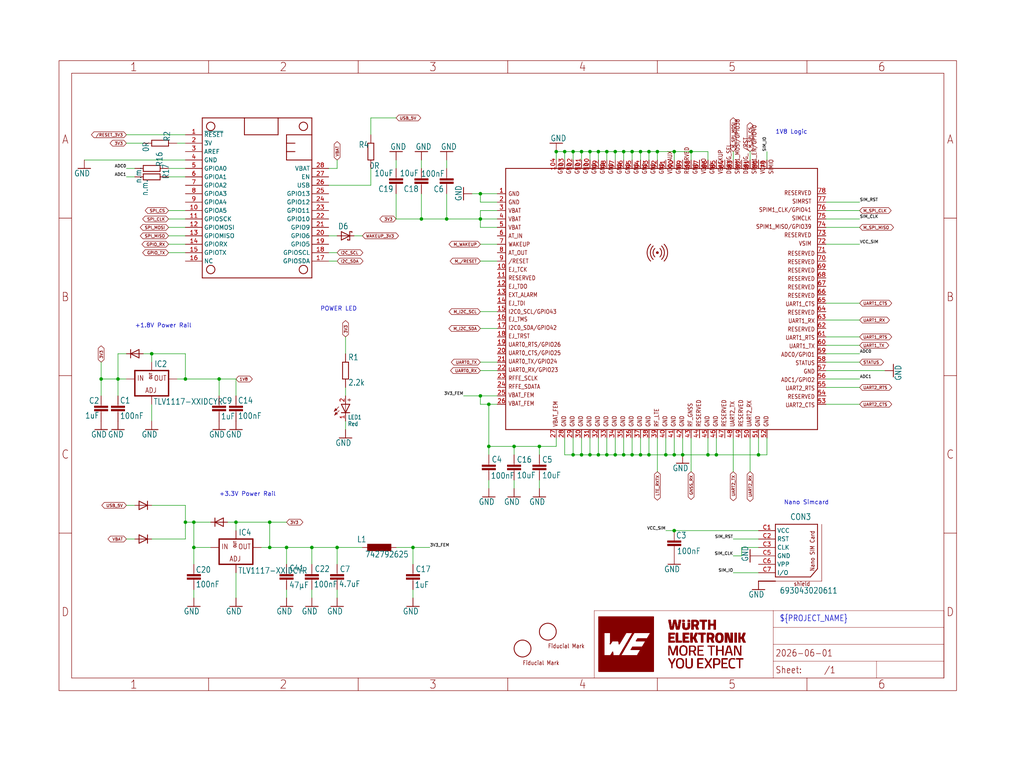
<source format=kicad_sch>
(kicad_sch (version 20231120) (generator "eeschema") (generator_version "8.0")
  (paper "User" 308.61 228.27)
  (lib_symbols
    (symbol "261503933xxxx_HW-V2-eagle-import:155124YS73200A_Eagle_WL-SMSW_rev20a_WL-SMSW_1204"
      (property "Reference" "D" (at -1.988 3.972 0))
      (symbol "155124YS73200A_Eagle_WL-SMSW_rev20a_WL-SMSW_1204_1_0"
        (text "+" (at 3.08 -1.74 0) (effects (font (size 1.27 1.0795)) (justify left bottom)))
        (pin passive line (at -2.54 0 0) (length 2.54) (name "-") (number "1"))
        (pin passive line (at 5.08 0 180) (length 2.54) (name "+") (number "2"))
      )
    )
    (symbol "261503933xxxx_HW-V2-eagle-import:693023010811_Eagle_WR-CRD_rev20b_693043020611"
      (property "Reference" "J" (at 0 8.255 0))
      (symbol "693023010811_Eagle_WR-CRD_rev20b_693043020611_1_0"
        (text "Nano SIM Card" (at 4.283 -7.212 900) (effects (font (size 1.27 1.0795)) (justify left bottom)))
        (text "shield" (at -2.12 -11.7 0) (effects (font (size 1.27 1.0795)) (justify left bottom)))
        (pin bidirectional line (at -12.7 5.08 0) (length 5.08) (name "VCC") (number "C1"))
        (pin bidirectional line (at -12.7 2.54 0) (length 5.08) (name "RST") (number "C2"))
        (pin bidirectional line (at -12.7 0 0) (length 5.08) (name "CLK") (number "C3"))
        (pin bidirectional line (at -12.7 -2.54 0) (length 5.08) (name "GND") (number "C5"))
        (pin bidirectional line (at -12.7 -5.08 0) (length 5.08) (name "VPP") (number "C6"))
        (pin bidirectional line (at -12.7 -7.62 0) (length 5.08) (name "I/O") (number "C7"))
        (pin bidirectional line (at -12.7 -10.16 0) (length 5.08) (name "SHIELD") (number "S1"))
        (pin bidirectional line (at -12.7 -10.16 0) (length 5.08) (name "SHIELD") (number "S2"))
        (pin bidirectional line (at -12.7 -10.16 0) (length 5.08) (name "SHIELD") (number "S3"))
        (pin bidirectional line (at -12.7 -10.16 0) (length 5.08) (name "SHIELD") (number "S4"))
        (pin bidirectional line (at -12.7 -10.16 0) (length 5.08) (name "SHIELD") (number "S5"))
        (pin bidirectional line (at -12.7 -10.16 0) (length 5.08) (name "SHIELD") (number "S6"))
      )
    )
    (symbol "261503933xxxx_HW-V2-eagle-import:Diode_BAS16"
      (symbol "Diode_BAS16_1_0"
        (pin passive line (at 0 -2.54 90) (length 2.54) (name "A") (number "1"))
        (pin passive line (at 0 2.54 270) (length 2.54) (name "C") (number "3"))
      )
    )
    (symbol "261503933xxxx_HW-V2-eagle-import:Diode_BAT540402_X1-DFN1006-2"
      (property "Reference" "D" (at -2.286 1.905 0))
      (symbol "Diode_BAT540402_X1-DFN1006-2_1_0"
        (pin passive line (at 2.54 0 180) (length 2.54) (name "C") (number "1"))
        (pin passive line (at -2.54 0 0) (length 2.54) (name "A") (number "2"))
      )
    )
    (symbol "261503933xxxx_HW-V2-eagle-import:Diode_DFLS130L-7"
      (symbol "Diode_DFLS130L-7_1_0"
        (pin passive line (at 0 -2.54 90) (length 2.54) (name "A") (number "A"))
        (pin passive line (at 0 2.54 270) (length 2.54) (name "C") (number "K"))
      )
    )
    (symbol "261503933xxxx_HW-V2-eagle-import:WIRL-CELL-2615011136000_WIRL-CELL-2615011136000"
      (symbol "WIRL-CELL-2615011136000_WIRL-CELL-2615011136000_1_0"
        (text "/RESET" (at -44.958 9.398 0) (effects (font (size 1.27 1.0795)) (justify left bottom)))
        (text "ADC0/GPIO1" (at 47.498 -17.272 0) (effects (font (size 1.27 1.0795)) (justify right top)))
        (text "ADC1/GPIO2" (at 47.498 -24.892 0) (effects (font (size 1.27 1.0795)) (justify right top)))
        (text "AT_IN" (at -44.958 17.018 0) (effects (font (size 1.27 1.0795)) (justify left bottom)))
        (text "AT_OUT" (at -44.958 11.938 0) (effects (font (size 1.27 1.0795)) (justify left bottom)))
        (text "DEBUG_ /RST" (at 25.908 36.322 900) (effects (font (size 1.27 1.0795)) (justify left top)))
        (text "DEBUG_SEL" (at 20.828 36.322 900) (effects (font (size 1.27 1.0795)) (justify left top)))
        (text "EJ_TCK" (at -44.958 6.858 0) (effects (font (size 1.27 1.0795)) (justify left bottom)))
        (text "EJ_TDI" (at -44.958 -3.302 0) (effects (font (size 1.27 1.0795)) (justify left bottom)))
        (text "EJ_TDO" (at -44.958 1.778 0) (effects (font (size 1.27 1.0795)) (justify left bottom)))
        (text "EJ_TMS" (at -44.958 -8.128 0) (effects (font (size 1.27 1.0795)) (justify left bottom)))
        (text "EJ_TRST" (at -44.958 -13.208 0) (effects (font (size 1.27 1.0795)) (justify left bottom)))
        (text "EXT_ALARM" (at -44.958 -0.762 0) (effects (font (size 1.27 1.0795)) (justify left bottom)))
        (text "GND" (at -44.958 27.178 0) (effects (font (size 1.27 1.0795)) (justify left bottom)))
        (text "GND" (at -44.958 29.718 0) (effects (font (size 1.27 1.0795)) (justify left bottom)))
        (text "GND" (at -29.972 36.322 900) (effects (font (size 1.27 1.0795)) (justify left top)))
        (text "GND" (at -27.432 -39.878 900) (effects (font (size 1.27 1.0795)) (justify left bottom)))
        (text "GND" (at -27.432 36.322 900) (effects (font (size 1.27 1.0795)) (justify left top)))
        (text "GND" (at -24.892 -39.878 900) (effects (font (size 1.27 1.0795)) (justify left bottom)))
        (text "GND" (at -24.892 36.322 900) (effects (font (size 1.27 1.0795)) (justify left top)))
        (text "GND" (at -22.352 -39.878 900) (effects (font (size 1.27 1.0795)) (justify left bottom)))
        (text "GND" (at -22.352 36.322 900) (effects (font (size 1.27 1.0795)) (justify left top)))
        (text "GND" (at -19.812 -39.878 900) (effects (font (size 1.27 1.0795)) (justify left bottom)))
        (text "GND" (at -19.812 36.322 900) (effects (font (size 1.27 1.0795)) (justify left top)))
        (text "GND" (at -17.272 -39.878 900) (effects (font (size 1.27 1.0795)) (justify left bottom)))
        (text "GND" (at -17.272 36.322 900) (effects (font (size 1.27 1.0795)) (justify left top)))
        (text "GND" (at -14.732 -39.878 900) (effects (font (size 1.27 1.0795)) (justify left bottom)))
        (text "GND" (at -14.732 36.322 900) (effects (font (size 1.27 1.0795)) (justify left top)))
        (text "GND" (at -12.192 -39.878 900) (effects (font (size 1.27 1.0795)) (justify left bottom)))
        (text "GND" (at -12.192 36.322 900) (effects (font (size 1.27 1.0795)) (justify left top)))
        (text "GND" (at -9.652 -39.878 900) (effects (font (size 1.27 1.0795)) (justify left bottom)))
        (text "GND" (at -9.652 36.322 900) (effects (font (size 1.27 1.0795)) (justify left top)))
        (text "GND" (at -7.112 -39.878 900) (effects (font (size 1.27 1.0795)) (justify left bottom)))
        (text "GND" (at -7.112 36.322 900) (effects (font (size 1.27 1.0795)) (justify left top)))
        (text "GND" (at -4.572 -39.878 900) (effects (font (size 1.27 1.0795)) (justify left bottom)))
        (text "GND" (at -4.572 36.322 900) (effects (font (size 1.27 1.0795)) (justify left top)))
        (text "GND" (at -2.032 -39.878 900) (effects (font (size 1.27 1.0795)) (justify left bottom)))
        (text "GND" (at -2.032 36.322 900) (effects (font (size 1.27 1.0795)) (justify left top)))
        (text "GND" (at 0.508 36.322 900) (effects (font (size 1.27 1.0795)) (justify left top)))
        (text "GND" (at 3.048 -39.878 900) (effects (font (size 1.27 1.0795)) (justify left bottom)))
        (text "GND" (at 5.588 -39.878 900) (effects (font (size 1.27 1.0795)) (justify left bottom)))
        (text "GND" (at 5.588 36.322 900) (effects (font (size 1.27 1.0795)) (justify left top)))
        (text "GND" (at 8.128 -39.878 900) (effects (font (size 1.27 1.0795)) (justify left bottom)))
        (text "GND" (at 10.668 36.322 900) (effects (font (size 1.27 1.0795)) (justify left top)))
        (text "GND" (at 15.748 -39.878 900) (effects (font (size 1.27 1.0795)) (justify left bottom)))
        (text "GND" (at 15.748 36.322 900) (effects (font (size 1.27 1.0795)) (justify left top)))
        (text "GND" (at 18.288 -39.878 900) (effects (font (size 1.27 1.0795)) (justify left bottom)))
        (text "GND" (at 30.988 -39.878 900) (effects (font (size 1.27 1.0795)) (justify left bottom)))
        (text "GND" (at 33.528 -39.878 900) (effects (font (size 1.27 1.0795)) (justify left bottom)))
        (text "GND" (at 47.498 -22.352 0) (effects (font (size 1.27 1.0795)) (justify right top)))
        (text "I2C0_SCL/GPIO43" (at -44.958 -5.842 0) (effects (font (size 1.27 1.0795)) (justify left bottom)))
        (text "I2C0_SDA/GPIO42" (at -44.958 -10.668 0) (effects (font (size 1.27 1.0795)) (justify left bottom)))
        (text "RESERVED" (at -44.958 4.318 0) (effects (font (size 1.27 1.0795)) (justify left bottom)))
        (text "RESERVED" (at 8.128 36.322 900) (effects (font (size 1.27 1.0795)) (justify left top)))
        (text "RESERVED" (at 13.208 -39.878 900) (effects (font (size 1.27 1.0795)) (justify left bottom)))
        (text "RESERVED" (at 20.828 -39.878 900) (effects (font (size 1.27 1.0795)) (justify left bottom)))
        (text "RESERVED" (at 25.908 -39.878 900) (effects (font (size 1.27 1.0795)) (justify left bottom)))
        (text "RESERVED" (at 46.482 17.272 0) (effects (font (size 1.27 1.0795)) (justify right bottom)))
        (text "RESERVED" (at 46.482 29.972 0) (effects (font (size 1.27 1.0795)) (justify right bottom)))
        (text "RESERVED" (at 47.498 -29.972 0) (effects (font (size 1.27 1.0795)) (justify right top)))
        (text "RESERVED" (at 47.498 -9.652 0) (effects (font (size 1.27 1.0795)) (justify right top)))
        (text "RESERVED" (at 47.498 -4.572 0) (effects (font (size 1.27 1.0795)) (justify right top)))
        (text "RESERVED" (at 47.498 0.508 0) (effects (font (size 1.27 1.0795)) (justify right top)))
        (text "RESERVED" (at 47.498 3.048 0) (effects (font (size 1.27 1.0795)) (justify right top)))
        (text "RESERVED" (at 47.498 5.588 0) (effects (font (size 1.27 1.0795)) (justify right top)))
        (text "RESERVED" (at 47.498 8.128 0) (effects (font (size 1.27 1.0795)) (justify right top)))
        (text "RESERVED" (at 47.498 10.668 0) (effects (font (size 1.27 1.0795)) (justify right top)))
        (text "RESERVED" (at 47.498 13.208 0) (effects (font (size 1.27 1.0795)) (justify right top)))
        (text "RF_GNSS" (at 10.668 -39.878 900) (effects (font (size 1.27 1.0795)) (justify left bottom)))
        (text "RF_LTE" (at 0.508 -39.878 900) (effects (font (size 1.27 1.0795)) (justify left bottom)))
        (text "RFFE_SCLK" (at -44.958 -25.908 0) (effects (font (size 1.27 1.0795)) (justify left bottom)))
        (text "RFFE_SDATA" (at -44.958 -28.448 0) (effects (font (size 1.27 1.0795)) (justify left bottom)))
        (text "SIMCLK" (at 46.482 22.352 0) (effects (font (size 1.27 1.0795)) (justify right bottom)))
        (text "SIMIO" (at 33.528 36.322 900) (effects (font (size 1.27 1.0795)) (justify left top)))
        (text "SIMRST" (at 46.482 27.432 0) (effects (font (size 1.27 1.0795)) (justify right bottom)))
        (text "SPIM1_CLK/GPIO41" (at 46.482 24.892 0) (effects (font (size 1.27 1.0795)) (justify right bottom)))
        (text "SPIM1_EN/GPIO40" (at 28.448 36.322 900) (effects (font (size 1.27 1.0795)) (justify left top)))
        (text "SPIM1_MISO/GPIO39" (at 46.482 19.812 0) (effects (font (size 1.27 1.0795)) (justify right bottom)))
        (text "SPIM1_MOSI/GPIO38" (at 23.368 36.322 900) (effects (font (size 1.27 1.0795)) (justify left top)))
        (text "STATUS" (at 47.498 -19.812 0) (effects (font (size 1.27 1.0795)) (justify right top)))
        (text "UART0_CTS/GPIO25" (at -44.958 -18.288 0) (effects (font (size 1.27 1.0795)) (justify left bottom)))
        (text "UART0_RTS/GPIO26" (at -44.958 -15.748 0) (effects (font (size 1.27 1.0795)) (justify left bottom)))
        (text "UART0_RX/GPIO23" (at -44.958 -23.368 0) (effects (font (size 1.27 1.0795)) (justify left bottom)))
        (text "UART0_TX/GPIO24" (at -44.958 -20.828 0) (effects (font (size 1.27 1.0795)) (justify left bottom)))
        (text "UART1_CTS" (at 47.498 -2.032 0) (effects (font (size 1.27 1.0795)) (justify right top)))
        (text "UART1_RTS" (at 47.498 -12.192 0) (effects (font (size 1.27 1.0795)) (justify right top)))
        (text "UART1_RX" (at 47.498 -7.112 0) (effects (font (size 1.27 1.0795)) (justify right top)))
        (text "UART1_TX" (at 47.498 -14.732 0) (effects (font (size 1.27 1.0795)) (justify right top)))
        (text "UART2_CTS" (at 47.498 -32.512 0) (effects (font (size 1.27 1.0795)) (justify right top)))
        (text "UART2_RTS" (at 47.498 -27.432 0) (effects (font (size 1.27 1.0795)) (justify right top)))
        (text "UART2_RX" (at 28.448 -39.878 900) (effects (font (size 1.27 1.0795)) (justify left bottom)))
        (text "UART2_TX" (at 23.368 -39.878 900) (effects (font (size 1.27 1.0795)) (justify left bottom)))
        (text "VBACKUP" (at 18.288 36.322 900) (effects (font (size 1.27 1.0795)) (justify left top)))
        (text "VBAT" (at -44.958 19.558 0) (effects (font (size 1.27 1.0795)) (justify left bottom)))
        (text "VBAT" (at -44.958 22.098 0) (effects (font (size 1.27 1.0795)) (justify left bottom)))
        (text "VBAT" (at -44.958 24.638 0) (effects (font (size 1.27 1.0795)) (justify left bottom)))
        (text "VBAT_FEM" (at -44.958 -33.528 0) (effects (font (size 1.27 1.0795)) (justify left bottom)))
        (text "VBAT_FEM" (at -44.958 -30.988 0) (effects (font (size 1.27 1.0795)) (justify left bottom)))
        (text "VBAT_FEM" (at -29.972 -39.878 900) (effects (font (size 1.27 1.0795)) (justify left bottom)))
        (text "VCAP" (at 30.988 36.322 900) (effects (font (size 1.27 1.0795)) (justify left top)))
        (text "VDD_AUX" (at 3.048 36.322 900) (effects (font (size 1.27 1.0795)) (justify left top)))
        (text "VDDIO" (at 13.208 36.322 900) (effects (font (size 1.27 1.0795)) (justify left top)))
        (text "VSIM" (at 46.482 14.732 0) (effects (font (size 1.27 1.0795)) (justify right bottom)))
        (text "WAKEUP" (at -44.958 14.478 0) (effects (font (size 1.27 1.0795)) (justify left bottom)))
        (pin bidirectional line (at -48.26 30.48 0) (length 2.54) (name "GND@1") (number "1"))
        (pin bidirectional line (at -48.26 7.62 0) (length 2.54) (name "EJ_TCK") (number "10"))
        (pin bidirectional line (at -20.32 40.64 270) (length 2.54) (name "GND@33") (number "100"))
        (pin bidirectional line (at -22.86 40.64 270) (length 2.54) (name "GND@34") (number "101"))
        (pin bidirectional line (at -25.4 40.64 270) (length 2.54) (name "GND@35") (number "102"))
        (pin bidirectional line (at -27.94 40.64 270) (length 2.54) (name "GND@36") (number "103"))
        (pin bidirectional line (at -30.48 40.64 270) (length 2.54) (name "GND@37") (number "104"))
        (pin bidirectional line (at -48.26 5.08 0) (length 2.54) (name "RESERVED14") (number "11"))
        (pin bidirectional line (at -48.26 2.54 0) (length 2.54) (name "EJ_TDO") (number "12"))
        (pin bidirectional line (at -48.26 0 0) (length 2.54) (name "EXT_ALARM") (number "13"))
        (pin bidirectional line (at -48.26 -2.54 0) (length 2.54) (name "EJ_TDI") (number "14"))
        (pin bidirectional line (at -48.26 -5.08 0) (length 2.54) (name "I2C0_SCL/GPIO43") (number "15"))
        (pin bidirectional line (at -48.26 -7.62 0) (length 2.54) (name "EJ_TMS") (number "16"))
        (pin bidirectional line (at -48.26 -10.16 0) (length 2.54) (name "I2C0_SDA/GPIO42") (number "17"))
        (pin bidirectional line (at -48.26 -12.7 0) (length 2.54) (name "EJ_TRST") (number "18"))
        (pin bidirectional line (at -48.26 -15.24 0) (length 2.54) (name "UART0_RTS/GPIO26") (number "19"))
        (pin bidirectional line (at -48.26 27.94 0) (length 2.54) (name "GND@2") (number "2"))
        (pin bidirectional line (at -48.26 -17.78 0) (length 2.54) (name "UART0_CTS/GPIO25") (number "20"))
        (pin bidirectional line (at -48.26 -20.32 0) (length 2.54) (name "UART0_TX/GPIO24") (number "21"))
        (pin bidirectional line (at -48.26 -22.86 0) (length 2.54) (name "UART0_RX/GPIO23") (number "22"))
        (pin bidirectional line (at -48.26 -25.4 0) (length 2.54) (name "RFFE_SCLK") (number "23"))
        (pin bidirectional line (at -48.26 -27.94 0) (length 2.54) (name "RFFE_SDATA") (number "24"))
        (pin bidirectional line (at -48.26 -30.48 0) (length 2.54) (name "VBAT_FEM@1") (number "25"))
        (pin bidirectional line (at -48.26 -33.02 0) (length 2.54) (name "VBAT_FEM@2") (number "26"))
        (pin bidirectional line (at -30.48 -43.18 90) (length 2.54) (name "VBAT_FEM@3") (number "27"))
        (pin bidirectional line (at -27.94 -43.18 90) (length 2.54) (name "GND@3") (number "28"))
        (pin bidirectional line (at -25.4 -43.18 90) (length 2.54) (name "GND@4") (number "29"))
        (pin bidirectional line (at -48.26 25.4 0) (length 2.54) (name "VBAT@1") (number "3"))
        (pin bidirectional line (at -22.86 -43.18 90) (length 2.54) (name "GND@5") (number "30"))
        (pin bidirectional line (at -20.32 -43.18 90) (length 2.54) (name "GND@6") (number "31"))
        (pin bidirectional line (at -17.78 -43.18 90) (length 2.54) (name "GND@7") (number "32"))
        (pin bidirectional line (at -15.24 -43.18 90) (length 2.54) (name "GND@8") (number "33"))
        (pin bidirectional line (at -12.7 -43.18 90) (length 2.54) (name "GND@9") (number "34"))
        (pin bidirectional line (at -10.16 -43.18 90) (length 2.54) (name "GND@10") (number "35"))
        (pin bidirectional line (at -7.62 -43.18 90) (length 2.54) (name "GND@11") (number "36"))
        (pin bidirectional line (at -5.08 -43.18 90) (length 2.54) (name "GND@12") (number "37"))
        (pin bidirectional line (at -2.54 -43.18 90) (length 2.54) (name "GND@13") (number "38"))
        (pin bidirectional line (at 0 -43.18 90) (length 2.54) (name "RF_RXTX") (number "39"))
        (pin bidirectional line (at -48.26 22.86 0) (length 2.54) (name "VBAT@2") (number "4"))
        (pin bidirectional line (at 2.54 -43.18 90) (length 2.54) (name "GND@14") (number "40"))
        (pin bidirectional line (at 5.08 -43.18 90) (length 2.54) (name "GND@15") (number "41"))
        (pin bidirectional line (at 7.62 -43.18 90) (length 2.54) (name "GND@16") (number "42"))
        (pin bidirectional line (at 10.16 -43.18 90) (length 2.54) (name "RF_GNSS_ANT") (number "43"))
        (pin bidirectional line (at 12.7 -43.18 90) (length 2.54) (name "RESERVED5") (number "44"))
        (pin bidirectional line (at 15.24 -43.18 90) (length 2.54) (name "GND@17") (number "45"))
        (pin bidirectional line (at 17.78 -43.18 90) (length 2.54) (name "GND@18") (number "46"))
        (pin bidirectional line (at 20.32 -43.18 90) (length 2.54) (name "RESERVED6") (number "47"))
        (pin bidirectional line (at 22.86 -43.18 90) (length 2.54) (name "UART2_TX") (number "48"))
        (pin bidirectional line (at 25.4 -43.18 90) (length 2.54) (name "RESERVED7") (number "49"))
        (pin bidirectional line (at -48.26 20.32 0) (length 2.54) (name "VBAT@3") (number "5"))
        (pin bidirectional line (at 27.94 -43.18 90) (length 2.54) (name "UART2_RX") (number "50"))
        (pin bidirectional line (at 30.48 -43.18 90) (length 2.54) (name "GND@19") (number "51"))
        (pin bidirectional line (at 33.02 -43.18 90) (length 2.54) (name "GND@20") (number "52"))
        (pin bidirectional line (at 50.8 -33.02 180) (length 2.54) (name "UART2_CTS") (number "53"))
        (pin bidirectional line (at 50.8 -30.48 180) (length 2.54) (name "RESERVED15") (number "54"))
        (pin bidirectional line (at 50.8 -27.94 180) (length 2.54) (name "UART2_RTS") (number "55"))
        (pin bidirectional line (at 50.8 -25.4 180) (length 2.54) (name "ADC1/GPIO2") (number "56"))
        (pin bidirectional line (at 50.8 -22.86 180) (length 2.54) (name "GND@21") (number "57"))
        (pin bidirectional line (at 50.8 -20.32 180) (length 2.54) (name "STATUS") (number "58"))
        (pin bidirectional line (at 50.8 -17.78 180) (length 2.54) (name "ADC0/GPIO1") (number "59"))
        (pin bidirectional line (at -48.26 17.78 0) (length 2.54) (name "AT_IN") (number "6"))
        (pin bidirectional line (at 50.8 -15.24 180) (length 2.54) (name "UART1_TX") (number "60"))
        (pin bidirectional line (at 50.8 -12.7 180) (length 2.54) (name "UART1_RTS") (number "61"))
        (pin bidirectional line (at 50.8 -10.16 180) (length 2.54) (name "RESERVED1") (number "62"))
        (pin bidirectional line (at 50.8 -7.62 180) (length 2.54) (name "UART1_RX") (number "63"))
        (pin bidirectional line (at 50.8 -5.08 180) (length 2.54) (name "RESERVED2") (number "64"))
        (pin bidirectional line (at 50.8 -2.54 180) (length 2.54) (name "UART1_CTS") (number "65"))
        (pin bidirectional line (at 50.8 0 180) (length 2.54) (name "RESERVED8") (number "66"))
        (pin bidirectional line (at 50.8 2.54 180) (length 2.54) (name "RESERVED3") (number "67"))
        (pin bidirectional line (at 50.8 5.08 180) (length 2.54) (name "RESERVED9") (number "68"))
        (pin bidirectional line (at 50.8 7.62 180) (length 2.54) (name "RESERVED4") (number "69"))
        (pin bidirectional line (at -48.26 15.24 0) (length 2.54) (name "WAKEUP") (number "7"))
        (pin bidirectional line (at 50.8 10.16 180) (length 2.54) (name "RESERVED16") (number "70"))
        (pin bidirectional line (at 50.8 12.7 180) (length 2.54) (name "RESERVED10") (number "71"))
        (pin bidirectional line (at 50.8 15.24 180) (length 2.54) (name "VSIM") (number "72"))
        (pin bidirectional line (at 50.8 17.78 180) (length 2.54) (name "RESERVED11") (number "73"))
        (pin bidirectional line (at 50.8 20.32 180) (length 2.54) (name "SPIM1_MISO/GPIO39") (number "74"))
        (pin bidirectional line (at 50.8 22.86 180) (length 2.54) (name "SIMCLK") (number "75"))
        (pin bidirectional line (at 50.8 25.4 180) (length 2.54) (name "SPIM1_CLK/GPIO41") (number "76"))
        (pin bidirectional line (at 50.8 27.94 180) (length 2.54) (name "SIMRST") (number "77"))
        (pin bidirectional line (at 50.8 30.48 180) (length 2.54) (name "RESERVED13") (number "78"))
        (pin bidirectional line (at 33.02 40.64 270) (length 2.54) (name "SIMIO") (number "79"))
        (pin bidirectional line (at -48.26 12.7 0) (length 2.54) (name "PMU_AT_OUT") (number "8"))
        (pin bidirectional line (at 30.48 40.64 270) (length 2.54) (name "VCAP") (number "80"))
        (pin bidirectional line (at 27.94 40.64 270) (length 2.54) (name "SPIM1_EN/GPIO40") (number "81"))
        (pin bidirectional line (at 25.4 40.64 270) (length 2.54) (name "DEBUG_/RST") (number "82"))
        (pin bidirectional line (at 22.86 40.64 270) (length 2.54) (name "SPIM1_MOSI/GPIO38") (number "83"))
        (pin bidirectional line (at 20.32 40.64 270) (length 2.54) (name "DEBUG_SEL") (number "84"))
        (pin bidirectional line (at 17.78 40.64 270) (length 2.54) (name "VBACKUP") (number "85"))
        (pin bidirectional line (at 15.24 40.64 270) (length 2.54) (name "GND@22") (number "86"))
        (pin bidirectional line (at 12.7 40.64 270) (length 2.54) (name "VDDIO") (number "87"))
        (pin bidirectional line (at 10.16 40.64 270) (length 2.54) (name "GND@23") (number "88"))
        (pin bidirectional line (at 7.62 40.64 270) (length 2.54) (name "RESERVED12") (number "89"))
        (pin bidirectional line (at -48.26 10.16 0) (length 2.54) (name "/RESET") (number "9"))
        (pin bidirectional line (at 5.08 40.64 270) (length 2.54) (name "GND@24") (number "90"))
        (pin bidirectional line (at 2.54 40.64 270) (length 2.54) (name "VDD_AUX") (number "91"))
        (pin bidirectional line (at 0 40.64 270) (length 2.54) (name "GND@25") (number "92"))
        (pin bidirectional line (at -2.54 40.64 270) (length 2.54) (name "GND@26") (number "93"))
        (pin bidirectional line (at -5.08 40.64 270) (length 2.54) (name "GND@27") (number "94"))
        (pin bidirectional line (at -7.62 40.64 270) (length 2.54) (name "GND@28") (number "95"))
        (pin bidirectional line (at -10.16 40.64 270) (length 2.54) (name "GND@29") (number "96"))
        (pin bidirectional line (at -12.7 40.64 270) (length 2.54) (name "GND@30") (number "97"))
        (pin bidirectional line (at -15.24 40.64 270) (length 2.54) (name "GND@31") (number "98"))
        (pin bidirectional line (at -17.78 40.64 270) (length 2.54) (name "GND@32") (number "99"))
      )
    )
    (symbol "261503933xxxx_HW-V2-eagle-import:adafruit_feather_long_FEATHERWING_80MM"
      (symbol "adafruit_feather_long_FEATHERWING_80MM_1_0"
        (pin input line (at 5.08 -5.08 90) (length 5.08) (name "~{RESET}") (number "1"))
        (pin bidirectional line (at 27.94 -5.08 90) (length 5.08) (name "GPIOA5") (number "10"))
        (pin bidirectional line (at 30.48 -5.08 90) (length 5.08) (name "GPIOSCK") (number "11"))
        (pin bidirectional line (at 33.02 -5.08 90) (length 5.08) (name "GPIOMOSI") (number "12"))
        (pin bidirectional line (at 35.56 -5.08 90) (length 5.08) (name "GPIOMISO") (number "13"))
        (pin bidirectional line (at 38.1 -5.08 90) (length 5.08) (name "GPIORX") (number "14"))
        (pin bidirectional line (at 40.64 -5.08 90) (length 5.08) (name "GPIOTX") (number "15"))
        (pin passive line (at 43.18 -5.08 90) (length 5.08) (name "NC") (number "16"))
        (pin bidirectional line (at 43.18 38.1 270) (length 5.08) (name "GPIOSDA") (number "17"))
        (pin bidirectional line (at 40.64 38.1 270) (length 5.08) (name "GPIOSCL") (number "18"))
        (pin bidirectional line (at 38.1 38.1 270) (length 5.08) (name "GPIO5") (number "19"))
        (pin power_in line (at 7.62 -5.08 90) (length 5.08) (name "3V") (number "2"))
        (pin bidirectional line (at 35.56 38.1 270) (length 5.08) (name "GPIO6") (number "20"))
        (pin bidirectional line (at 33.02 38.1 270) (length 5.08) (name "GPIO9") (number "21"))
        (pin bidirectional line (at 30.48 38.1 270) (length 5.08) (name "GPIO10") (number "22"))
        (pin bidirectional line (at 27.94 38.1 270) (length 5.08) (name "GPIO11") (number "23"))
        (pin bidirectional line (at 25.4 38.1 270) (length 5.08) (name "GPIO12") (number "24"))
        (pin bidirectional line (at 22.86 38.1 270) (length 5.08) (name "GPIO13") (number "25"))
        (pin power_in line (at 20.32 38.1 270) (length 5.08) (name "USB") (number "26"))
        (pin passive line (at 17.78 38.1 270) (length 5.08) (name "EN") (number "27"))
        (pin power_in line (at 15.24 38.1 270) (length 5.08) (name "VBAT") (number "28"))
        (pin passive line (at 10.16 -5.08 90) (length 5.08) (name "AREF") (number "3"))
        (pin power_in line (at 12.7 -5.08 90) (length 5.08) (name "GND") (number "4"))
        (pin bidirectional line (at 15.24 -5.08 90) (length 5.08) (name "GPIOA0") (number "5"))
        (pin bidirectional line (at 17.78 -5.08 90) (length 5.08) (name "GPIOA1") (number "6"))
        (pin bidirectional line (at 20.32 -5.08 90) (length 5.08) (name "GPIOA2") (number "7"))
        (pin bidirectional line (at 22.86 -5.08 90) (length 5.08) (name "GPIOA3") (number "8"))
        (pin bidirectional line (at 25.4 -5.08 90) (length 5.08) (name "GPIOA4") (number "9"))
      )
    )
    (symbol "261503933xxxx_HW-V2-eagle-import:frames_A4L-LOC_WE"
      (symbol "frames_A4L-LOC_WE_1_0"
        (text "${#}/${##}" (at 230.505 5.08 0) (effects (font (size 2 1.7)) (justify left bottom)))
        (text "${CURRENT_DATE}" (at 215.9 10.16 0) (effects (font (size 2 1.7)) (justify left bottom)))
        (text "${PROJECTNAME}" (at 215.9 15.24 0) (effects (font (size 2 1.7)) (justify left bottom)))
        (text "1" (at 22.5417 1.905 0) (effects (font (size 2.54 2.286))))
        (text "1" (at 22.5417 188.095 0) (effects (font (size 2.54 2.286))))
        (text "2" (at 67.625 1.905 0) (effects (font (size 2.54 2.286))))
        (text "2" (at 67.625 188.095 0) (effects (font (size 2.54 2.286))))
        (text "3" (at 112.7083 1.905 0) (effects (font (size 2.54 2.286))))
        (text "3" (at 112.7083 188.095 0) (effects (font (size 2.54 2.286))))
        (text "4" (at 157.7917 1.905 0) (effects (font (size 2.54 2.286))))
        (text "4" (at 157.7917 188.095 0) (effects (font (size 2.54 2.286))))
        (text "5" (at 202.875 1.905 0) (effects (font (size 2.54 2.286))))
        (text "5" (at 202.875 188.095 0) (effects (font (size 2.54 2.286))))
        (text "6" (at 247.9583 1.905 0) (effects (font (size 2.54 2.286))))
        (text "6" (at 247.9583 188.095 0) (effects (font (size 2.54 2.286))))
        (text "A" (at 1.905 166.25 0) (effects (font (size 2.54 2.286))))
        (text "A" (at 268.595 166.25 0) (effects (font (size 2.54 2.286))))
        (text "B" (at 1.905 118.75 0) (effects (font (size 2.54 2.286))))
        (text "B" (at 268.595 118.75 0) (effects (font (size 2.54 2.286))))
        (text "C" (at 1.905 71.25 0) (effects (font (size 2.54 2.286))))
        (text "C" (at 268.595 71.25 0) (effects (font (size 2.54 2.286))))
        (text "D" (at 1.905 23.75 0) (effects (font (size 2.54 2.286))))
        (text "D" (at 268.595 23.75 0) (effects (font (size 2.54 2.286))))
        (text "Sheet:" (at 215.9 5.08 0) (effects (font (size 2 1.7)) (justify left bottom)))
      )
    )
    (symbol "261503933xxxx_HW-V2-eagle-import:rcl-WE_C0402_IPC"
      (property "Reference" "C" (at 1.524 0.381 0))
      (symbol "rcl-WE_C0402_IPC_1_0"
        (pin passive line (at 0 2.54 270) (length 2.54) (name "1") (number "1"))
        (pin passive line (at 0 -5.08 90) (length 2.54) (name "2") (number "2"))
      )
    )
    (symbol "261503933xxxx_HW-V2-eagle-import:rcl-WE_R0402_IPC"
      (property "Reference" "R" (at -1.4986 1.27 90))
      (symbol "rcl-WE_R0402_IPC_1_0"
        (pin passive line (at -5.08 0 0) (length 2.54) (name "1") (number "1"))
        (pin passive line (at 5.08 0 180) (length 2.54) (name "2") (number "2"))
      )
    )
    (symbol "261503933xxxx_HW-V2-eagle-import:rcl-WE_R0603_IPC"
      (property "Reference" "R" (at -1.4986 1.27 90))
      (symbol "rcl-WE_R0603_IPC_1_0"
        (pin passive line (at -5.08 0 0) (length 2.54) (name "1") (number "1"))
        (pin passive line (at 5.08 0 180) (length 2.54) (name "2") (number "2"))
      )
    )
    (symbol "261503933xxxx_HW-V2-eagle-import:rcl-amber_C0402_IPC"
      (property "Reference" "C" (at 1.524 0.381 0))
      (symbol "rcl-amber_C0402_IPC_1_0"
        (pin passive line (at 0 2.54 270) (length 2.54) (name "1") (number "1"))
        (pin passive line (at 0 -5.08 90) (length 2.54) (name "2") (number "2"))
      )
    )
    (symbol "261503933xxxx_HW-V2-eagle-import:rcl-amber_C0805"
      (property "Reference" "C" (at 1.524 0.381 0))
      (symbol "rcl-amber_C0805_1_0"
        (pin passive line (at 0 2.54 270) (length 2.54) (name "1") (number "P$1"))
        (pin passive line (at 0 -5.08 90) (length 2.54) (name "2") (number "P$2"))
      )
    )
    (symbol "261503933xxxx_HW-V2-eagle-import:rcl-amber_LL0603_WE-MK"
      (property "Reference" "L" (at 1.27 1.4986 0))
      (symbol "rcl-amber_LL0603_WE-MK_1_0"
        (pin passive line (at 0 5.08 270) (length 2.54) (name "1") (number "1"))
        (pin passive line (at 0 -5.08 90) (length 2.54) (name "2") (number "2"))
      )
    )
    (symbol "261503933xxxx_HW-V2-eagle-import:rcl-amber_R0402_IPC"
      (property "Reference" "R" (at -1.4986 1.27 90))
      (symbol "rcl-amber_R0402_IPC_1_0"
        (pin passive line (at -5.08 0 0) (length 2.54) (name "1") (number "1"))
        (pin passive line (at 5.08 0 180) (length 2.54) (name "2") (number "2"))
      )
    )
    (symbol "261503933xxxx_HW-V2-eagle-import:supply1_GND" (power)
      (symbol "supply1_GND_1_0"
        (pin power_in line (at 0 2.54 270) (length 2.54) (name "GND") (number "1"))
      )
    )
    (symbol "261503933xxxx_HW-V2-eagle-import:testpad_def_OPT_MARKE05"
      (symbol "testpad_def_OPT_MARKE05_1_0"
        (text "Fiducial Mark" (at 0 -5.08 0) (effects (font (size 1.27 1.0795)) (justify left bottom)))
      )
    )
    (symbol "261503933xxxx_HW-V2-eagle-import:v-reg_TLV1117-XXIDCYR"
      (property "Reference" "IC" (at 2.54 -7.62 0))
      (symbol "v-reg_TLV1117-XXIDCYR_1_0"
        (text "ADJ" (at -2.032 -4.318 0) (effects (font (size 1.524 1.2954)) (justify left bottom)))
        (text "IN" (at -4.445 -0.635 0) (effects (font (size 1.524 1.2954)) (justify left bottom)))
        (text "OUT" (at -0.762 2.032 900) (effects (font (size 0.8128 0.6908)) (justify right top)))
        (text "OUT" (at 0.635 -0.635 0) (effects (font (size 1.524 1.2954)) (justify left bottom)))
        (pin input line (at 0 -7.62 90) (length 2.54) (name "ADJ") (number "1"))
        (pin passive line (at 7.62 0 180) (length 2.54) (name "OUT") (number "2"))
        (pin input line (at -7.62 0 0) (length 2.54) (name "IN") (number "3"))
        (pin bidirectional line (at 0 5.08 270) (length 2.54) (name "OUT@2") (number "4"))
      )
    )
  )
  (junction (at 71.12 157.48))
  (junction (at 81.28 165.1))
  (junction (at 215.9 137.16))
  (junction (at 101.6 165.1))
  (junction (at 228.6 137.16))
  (junction (at 55.88 157.48))
  (junction (at 198.12 45.72))
  (junction (at 182.88 45.72))
  (junction (at 195.58 137.16))
  (junction (at 200.66 137.16))
  (junction (at 144.78 119.38))
  (junction (at 172.72 45.72))
  (junction (at 45.72 106.68))
  (junction (at 55.88 114.3))
  (junction (at 187.96 45.72))
  (junction (at 203.2 160.02))
  (junction (at 86.36 165.1))
  (junction (at 193.04 137.16))
  (junction (at 180.34 137.16))
  (junction (at 175.26 137.16))
  (junction (at 58.42 157.48))
  (junction (at 175.26 45.72))
  (junction (at 190.5 45.72))
  (junction (at 190.5 137.16))
  (junction (at 35.56 114.3))
  (junction (at 172.72 137.16))
  (junction (at 180.34 45.72))
  (junction (at 167.64 45.72))
  (junction (at 144.78 66.04))
  (junction (at 93.98 165.1))
  (junction (at 147.32 121.92))
  (junction (at 177.8 137.16))
  (junction (at 193.04 45.72))
  (junction (at 185.42 45.72))
  (junction (at 154.94 134.62))
  (junction (at 203.2 45.72))
  (junction (at 170.18 45.72))
  (junction (at 30.48 114.3))
  (junction (at 124.46 165.1))
  (junction (at 187.96 137.16))
  (junction (at 147.32 134.62))
  (junction (at 66.04 114.3))
  (junction (at 127 66.04))
  (junction (at 58.42 165.1))
  (junction (at 182.88 137.16))
  (junction (at 185.42 137.16))
  (junction (at 81.28 157.48))
  (junction (at 177.8 45.72))
  (junction (at 134.62 66.04))
  (junction (at 208.28 45.72))
  (junction (at 195.58 45.72))
  (junction (at 203.2 137.16))
  (junction (at 213.36 137.16))
  (junction (at 205.74 137.16))
  (junction (at 144.78 58.42))
  (junction (at 162.56 134.62))
  (wire (pts (xy 35.56 106.68) (xy 35.56 114.3)) (stroke (width 0.1524)))
  (wire (pts (xy 71.12 114.3) (xy 66.04 114.3)) (stroke (width 0.1524)))
  (wire (pts (xy 195.58 132.08) (xy 195.58 137.16)) (stroke (width 0.1524)))
  (wire (pts (xy 58.42 170.18) (xy 58.42 165.1)) (stroke (width 0.1524)))
  (wire (pts (xy 30.48 119.38) (xy 30.48 114.3)) (stroke (width 0.1524)))
  (wire (pts (xy 134.62 66.04) (xy 127 66.04)) (stroke (width 0.1524)))
  (wire (pts (xy 228.6 137.16) (xy 215.9 137.16)) (stroke (width 0.1524)))
  (wire (pts (xy 175.26 137.16) (xy 177.8 137.16)) (stroke (width 0.1524)))
  (wire (pts (xy 55.88 157.48) (xy 55.88 152.4)) (stroke (width 0.1524)))
  (wire (pts (xy 190.5 137.16) (xy 193.04 137.16)) (stroke (width 0.1524)))
  (wire (pts (xy 127 58.42) (xy 127 66.04)) (stroke (width 0.1524)))
  (wire (pts (xy 167.64 45.72) (xy 170.18 45.72)) (stroke (width 0.1524)))
  (wire (pts (xy 144.78 60.96) (xy 144.78 58.42)) (stroke (width 0.1524)))
  (wire (pts (xy 101.6 165.1) (xy 109.22 165.1)) (stroke (width 0.1524)))
  (wire (pts (xy 149.86 63.5) (xy 144.78 63.5)) (stroke (width 0.1524)))
  (wire (pts (xy 71.12 157.48) (xy 71.12 160.02)) (stroke (width 0.1524)))
  (wire (pts (xy 167.64 48.26) (xy 167.64 45.72)) (stroke (width 0.1524)))
  (wire (pts (xy 45.72 106.68) (xy 45.72 109.22)) (stroke (width 0.1524)))
  (wire (pts (xy 154.94 134.62) (xy 147.32 134.62)) (stroke (width 0.1524)))
  (wire (pts (xy 35.56 114.3) (xy 30.48 114.3)) (stroke (width 0.1524)))
  (wire (pts (xy 149.86 111.76) (xy 144.78 111.76)) (stroke (width 0.1524)))
  (wire (pts (xy 35.56 119.38) (xy 35.56 114.3)) (stroke (width 0.1524)))
  (wire (pts (xy 124.46 170.18) (xy 124.46 165.1)) (stroke (width 0.1524)))
  (wire (pts (xy 180.34 137.16) (xy 182.88 137.16)) (stroke (width 0.1524)))
  (wire (pts (xy 248.92 63.5) (xy 259.08 63.5)) (stroke (width 0.1524)))
  (wire (pts (xy 149.86 93.98) (xy 144.78 93.98)) (stroke (width 0.1524)))
  (wire (pts (xy 40.64 162.56) (xy 38.1 162.56)) (stroke (width 0.1524)))
  (wire (pts (xy 144.78 73.66) (xy 149.86 73.66)) (stroke (width 0.1524)))
  (wire (pts (xy 129.54 165.1) (xy 124.46 165.1)) (stroke (width 0.1524)))
  (wire (pts (xy 144.78 58.42) (xy 142.24 58.42)) (stroke (width 0.1524)))
  (wire (pts (xy 185.42 137.16) (xy 187.96 137.16)) (stroke (width 0.1524)))
  (wire (pts (xy 259.08 60.96) (xy 248.92 60.96)) (stroke (width 0.1524)))
  (wire (pts (xy 228.6 162.56) (xy 220.98 162.56)) (stroke (width 0.1524)))
  (wire (pts (xy 149.86 58.42) (xy 144.78 58.42)) (stroke (width 0.1524)))
  (wire (pts (xy 81.28 165.1) (xy 78.74 165.1)) (stroke (width 0.1524)))
  (wire (pts (xy 198.12 48.26) (xy 198.12 45.72)) (stroke (width 0.1524)))
  (wire (pts (xy 104.14 127) (xy 104.14 129.54)) (stroke (width 0.1524)))
  (wire (pts (xy 147.32 134.62) (xy 147.32 121.92)) (stroke (width 0.1524)))
  (wire (pts (xy 248.92 109.22) (xy 259.08 109.22)) (stroke (width 0.1524)))
  (wire (pts (xy 203.2 137.16) (xy 205.74 137.16)) (stroke (width 0.1524)))
  (wire (pts (xy 213.36 137.16) (xy 215.9 137.16)) (stroke (width 0.1524)))
  (wire (pts (xy 144.78 119.38) (xy 149.86 119.38)) (stroke (width 0.1524)))
  (wire (pts (xy 185.42 132.08) (xy 185.42 137.16)) (stroke (width 0.1524)))
  (wire (pts (xy 177.8 137.16) (xy 180.34 137.16)) (stroke (width 0.1524)))
  (wire (pts (xy 226.06 48.26) (xy 226.06 45.72)) (stroke (width 0.1524)))
  (wire (pts (xy 248.92 68.58) (xy 259.08 68.58)) (stroke (width 0.1524)))
  (wire (pts (xy 193.04 137.16) (xy 195.58 137.16)) (stroke (width 0.1524)))
  (wire (pts (xy 213.36 132.08) (xy 213.36 137.16)) (stroke (width 0.1524)))
  (wire (pts (xy 172.72 132.08) (xy 172.72 137.16)) (stroke (width 0.1524)))
  (wire (pts (xy 55.88 76.2) (xy 50.8 76.2)) (stroke (width 0.1524)))
  (wire (pts (xy 104.14 101.6) (xy 104.14 106.68)) (stroke (width 0.1524)))
  (wire (pts (xy 195.58 48.26) (xy 195.58 45.72)) (stroke (width 0.1524)))
  (wire (pts (xy 187.96 45.72) (xy 190.5 45.72)) (stroke (width 0.1524)))
  (wire (pts (xy 195.58 137.16) (xy 200.66 137.16)) (stroke (width 0.1524)))
  (wire (pts (xy 228.6 132.08) (xy 228.6 137.16)) (stroke (width 0.1524)))
  (wire (pts (xy 182.88 48.26) (xy 182.88 45.72)) (stroke (width 0.1524)))
  (wire (pts (xy 180.34 132.08) (xy 180.34 137.16)) (stroke (width 0.1524)))
  (wire (pts (xy 175.26 48.26) (xy 175.26 45.72)) (stroke (width 0.1524)))
  (wire (pts (xy 40.64 152.4) (xy 38.1 152.4)) (stroke (width 0.1524)))
  (wire (pts (xy 99.06 78.74) (xy 101.6 78.74)) (stroke (width 0.1524)))
  (wire (pts (xy 66.04 119.38) (xy 66.04 114.3)) (stroke (width 0.1524)))
  (wire (pts (xy 149.86 109.22) (xy 144.78 109.22)) (stroke (width 0.1524)))
  (wire (pts (xy 111.76 35.56) (xy 119.38 35.56)) (stroke (width 0.1524)))
  (wire (pts (xy 45.72 106.68) (xy 43.18 106.68)) (stroke (width 0.1524)))
  (wire (pts (xy 58.42 157.48) (xy 55.88 157.48)) (stroke (width 0.1524)))
  (wire (pts (xy 147.32 121.92) (xy 149.86 121.92)) (stroke (width 0.1524)))
  (wire (pts (xy 149.86 66.04) (xy 144.78 66.04)) (stroke (width 0.1524)))
  (wire (pts (xy 86.36 165.1) (xy 81.28 165.1)) (stroke (width 0.1524)))
  (wire (pts (xy 259.08 73.66) (xy 248.92 73.66)) (stroke (width 0.1524)))
  (wire (pts (xy 213.36 48.26) (xy 213.36 45.72)) (stroke (width 0.1524)))
  (wire (pts (xy 30.48 114.3) (xy 30.48 109.22)) (stroke (width 0.1524)))
  (wire (pts (xy 248.92 91.44) (xy 259.08 91.44)) (stroke (width 0.1524)))
  (wire (pts (xy 55.88 63.5) (xy 50.8 63.5)) (stroke (width 0.1524)))
  (wire (pts (xy 182.88 132.08) (xy 182.88 137.16)) (stroke (width 0.1524)))
  (wire (pts (xy 55.88 73.66) (xy 50.8 73.66)) (stroke (width 0.1524)))
  (wire (pts (xy 177.8 45.72) (xy 180.34 45.72)) (stroke (width 0.1524)))
  (wire (pts (xy 144.78 68.58) (xy 149.86 68.58)) (stroke (width 0.1524)))
  (wire (pts (xy 248.92 114.3) (xy 259.08 114.3)) (stroke (width 0.1524)))
  (wire (pts (xy 187.96 132.08) (xy 187.96 137.16)) (stroke (width 0.1524)))
  (wire (pts (xy 190.5 45.72) (xy 190.5 48.26)) (stroke (width 0.1524)))
  (wire (pts (xy 248.92 116.84) (xy 259.08 116.84)) (stroke (width 0.1524)))
  (wire (pts (xy 99.06 55.88) (xy 111.76 55.88)) (stroke (width 0.1524)))
  (wire (pts (xy 205.74 132.08) (xy 205.74 137.16)) (stroke (width 0.1524)))
  (wire (pts (xy 86.36 177.8) (xy 86.36 180.34)) (stroke (width 0.1524)))
  (wire (pts (xy 53.34 43.18) (xy 55.88 43.18)) (stroke (width 0.1524)))
  (wire (pts (xy 101.6 170.18) (xy 101.6 165.1)) (stroke (width 0.1524)))
  (wire (pts (xy 40.64 50.8) (xy 38.1 50.8)) (stroke (width 0.1524)))
  (wire (pts (xy 187.96 48.26) (xy 187.96 45.72)) (stroke (width 0.1524)))
  (wire (pts (xy 93.98 180.34) (xy 93.98 177.8)) (stroke (width 0.1524)))
  (wire (pts (xy 71.12 119.38) (xy 71.12 114.3)) (stroke (width 0.1524)))
  (wire (pts (xy 167.64 134.62) (xy 162.56 134.62)) (stroke (width 0.1524)))
  (wire (pts (xy 149.86 60.96) (xy 144.78 60.96)) (stroke (width 0.1524)))
  (wire (pts (xy 180.34 48.26) (xy 180.34 45.72)) (stroke (width 0.1524)))
  (wire (pts (xy 228.6 172.72) (xy 220.98 172.72)) (stroke (width 0.1524)))
  (wire (pts (xy 248.92 104.14) (xy 259.08 104.14)) (stroke (width 0.1524)))
  (wire (pts (xy 180.34 45.72) (xy 182.88 45.72)) (stroke (width 0.1524)))
  (wire (pts (xy 81.28 165.1) (xy 81.28 157.48)) (stroke (width 0.1524)))
  (wire (pts (xy 101.6 71.12) (xy 99.06 71.12)) (stroke (width 0.1524)))
  (wire (pts (xy 86.36 165.1) (xy 86.36 170.18)) (stroke (width 0.1524)))
  (wire (pts (xy 170.18 48.26) (xy 170.18 45.72)) (stroke (width 0.1524)))
  (wire (pts (xy 226.06 132.08) (xy 226.06 142.24)) (stroke (width 0.1524)))
  (wire (pts (xy 154.94 147.32) (xy 154.94 144.78)) (stroke (width 0.1524)))
  (wire (pts (xy 144.78 66.04) (xy 144.78 68.58)) (stroke (width 0.1524)))
  (wire (pts (xy 228.6 137.16) (xy 231.14 137.16)) (stroke (width 0.1524)))
  (wire (pts (xy 248.92 106.68) (xy 259.08 106.68)) (stroke (width 0.1524)))
  (wire (pts (xy 55.88 40.64) (xy 38.1 40.64)) (stroke (width 0.1524)))
  (wire (pts (xy 228.6 160.02) (xy 203.2 160.02)) (stroke (width 0.1524)))
  (wire (pts (xy 144.78 66.04) (xy 134.62 66.04)) (stroke (width 0.1524)))
  (wire (pts (xy 71.12 180.34) (xy 71.12 172.72)) (stroke (width 0.1524)))
  (wire (pts (xy 99.06 50.8) (xy 101.6 50.8)) (stroke (width 0.1524)))
  (wire (pts (xy 55.88 152.4) (xy 45.72 152.4)) (stroke (width 0.1524)))
  (wire (pts (xy 119.38 58.42) (xy 119.38 66.04)) (stroke (width 0.1524)))
  (wire (pts (xy 93.98 170.18) (xy 93.98 165.1)) (stroke (width 0.1524)))
  (wire (pts (xy 55.88 53.34) (xy 50.8 53.34)) (stroke (width 0.1524)))
  (wire (pts (xy 203.2 48.26) (xy 203.2 45.72)) (stroke (width 0.1524)))
  (wire (pts (xy 66.04 114.3) (xy 55.88 114.3)) (stroke (width 0.1524)))
  (wire (pts (xy 127 48.26) (xy 127 50.8)) (stroke (width 0.1524)))
  (wire (pts (xy 55.88 68.58) (xy 50.8 68.58)) (stroke (width 0.1524)))
  (wire (pts (xy 259.08 66.04) (xy 248.92 66.04)) (stroke (width 0.1524)))
  (wire (pts (xy 144.78 119.38) (xy 144.78 121.92)) (stroke (width 0.1524)))
  (wire (pts (xy 38.1 114.3) (xy 35.56 114.3)) (stroke (width 0.1524)))
  (wire (pts (xy 182.88 137.16) (xy 185.42 137.16)) (stroke (width 0.1524)))
  (wire (pts (xy 93.98 165.1) (xy 86.36 165.1)) (stroke (width 0.1524)))
  (wire (pts (xy 139.7 119.38) (xy 144.78 119.38)) (stroke (width 0.1524)))
  (wire (pts (xy 40.64 53.34) (xy 38.1 53.34)) (stroke (width 0.1524)))
  (wire (pts (xy 205.74 137.16) (xy 213.36 137.16)) (stroke (width 0.1524)))
  (wire (pts (xy 203.2 45.72) (xy 208.28 45.72)) (stroke (width 0.1524)))
  (wire (pts (xy 162.56 134.62) (xy 154.94 134.62)) (stroke (width 0.1524)))
  (wire (pts (xy 172.72 137.16) (xy 175.26 137.16)) (stroke (width 0.1524)))
  (wire (pts (xy 182.88 45.72) (xy 185.42 45.72)) (stroke (width 0.1524)))
  (wire (pts (xy 193.04 45.72) (xy 193.04 48.26)) (stroke (width 0.1524)))
  (wire (pts (xy 144.78 78.74) (xy 149.86 78.74)) (stroke (width 0.1524)))
  (wire (pts (xy 149.86 99.06) (xy 144.78 99.06)) (stroke (width 0.1524)))
  (wire (pts (xy 55.88 114.3) (xy 53.34 114.3)) (stroke (width 0.1524)))
  (wire (pts (xy 231.14 132.08) (xy 231.14 137.16)) (stroke (width 0.1524)))
  (wire (pts (xy 55.88 66.04) (xy 50.8 66.04)) (stroke (width 0.1524)))
  (wire (pts (xy 185.42 45.72) (xy 187.96 45.72)) (stroke (width 0.1524)))
  (wire (pts (xy 55.88 162.56) (xy 55.88 157.48)) (stroke (width 0.1524)))
  (wire (pts (xy 45.72 127) (xy 45.72 121.92)) (stroke (width 0.1524)))
  (wire (pts (xy 248.92 121.92) (xy 259.08 121.92)) (stroke (width 0.1524)))
  (wire (pts (xy 25.4 48.26) (xy 55.88 48.26)) (stroke (width 0.1524)))
  (wire (pts (xy 106.68 71.12) (xy 109.22 71.12)) (stroke (width 0.1524)))
  (wire (pts (xy 170.18 137.16) (xy 172.72 137.16)) (stroke (width 0.1524)))
  (wire (pts (xy 175.26 132.08) (xy 175.26 137.16)) (stroke (width 0.1524)))
  (wire (pts (xy 200.66 137.16) (xy 203.2 137.16)) (stroke (width 0.1524)))
  (wire (pts (xy 266.7 111.76) (xy 248.92 111.76)) (stroke (width 0.1524)))
  (wire (pts (xy 190.5 45.72) (xy 193.04 45.72)) (stroke (width 0.1524)))
  (wire (pts (xy 101.6 50.8) (xy 101.6 48.26)) (stroke (width 0.1524)))
  (wire (pts (xy 231.14 45.72) (xy 231.14 48.26)) (stroke (width 0.1524)))
  (wire (pts (xy 208.28 132.08) (xy 208.28 142.24)) (stroke (width 0.1524)))
  (wire (pts (xy 144.78 121.92) (xy 147.32 121.92)) (stroke (width 0.1524)))
  (wire (pts (xy 208.28 45.72) (xy 213.36 45.72)) (stroke (width 0.1524)))
  (wire (pts (xy 170.18 132.08) (xy 170.18 137.16)) (stroke (width 0.1524)))
  (wire (pts (xy 195.58 45.72) (xy 198.12 45.72)) (stroke (width 0.1524)))
  (wire (pts (xy 144.78 63.5) (xy 144.78 66.04)) (stroke (width 0.1524)))
  (wire (pts (xy 228.6 165.1) (xy 223.52 165.1)) (stroke (width 0.1524)))
  (wire (pts (xy 86.36 157.48) (xy 81.28 157.48)) (stroke (width 0.1524)))
  (wire (pts (xy 198.12 142.24) (xy 198.12 132.08)) (stroke (width 0.1524)))
  (wire (pts (xy 223.52 167.64) (xy 220.98 167.64)) (stroke (width 0.1524)))
  (wire (pts (xy 134.62 58.42) (xy 134.62 66.04)) (stroke (width 0.1524)))
  (wire (pts (xy 193.04 132.08) (xy 193.04 137.16)) (stroke (width 0.1524)))
  (wire (pts (xy 101.6 180.34) (xy 101.6 177.8)) (stroke (width 0.1524)))
  (wire (pts (xy 45.72 162.56) (xy 55.88 162.56)) (stroke (width 0.1524)))
  (wire (pts (xy 154.94 137.16) (xy 154.94 134.62)) (stroke (width 0.1524)))
  (wire (pts (xy 172.72 48.26) (xy 172.72 45.72)) (stroke (width 0.1524)))
  (wire (pts (xy 203.2 132.08) (xy 203.2 137.16)) (stroke (width 0.1524)))
  (wire (pts (xy 200.66 132.08) (xy 200.66 137.16)) (stroke (width 0.1524)))
  (wire (pts (xy 111.76 55.88) (xy 111.76 50.8)) (stroke (width 0.1524)))
  (wire (pts (xy 127 66.04) (xy 119.38 66.04)) (stroke (width 0.1524)))
  (wire (pts (xy 119.38 48.26) (xy 119.38 50.8)) (stroke (width 0.1524)))
  (wire (pts (xy 99.06 76.2) (xy 101.6 76.2)) (stroke (width 0.1524)))
  (wire (pts (xy 71.12 157.48) (xy 68.58 157.48)) (stroke (width 0.1524)))
  (wire (pts (xy 248.92 96.52) (xy 259.08 96.52)) (stroke (width 0.1524)))
  (wire (pts (xy 58.42 165.1) (xy 63.5 165.1)) (stroke (width 0.1524)))
  (wire (pts (xy 55.88 106.68) (xy 45.72 106.68)) (stroke (width 0.1524)))
  (wire (pts (xy 81.28 157.48) (xy 71.12 157.48)) (stroke (width 0.1524)))
  (wire (pts (xy 58.42 157.48) (xy 58.42 165.1)) (stroke (width 0.1524)))
  (wire (pts (xy 38.1 106.68) (xy 35.56 106.68)) (stroke (width 0.1524)))
  (wire (pts (xy 170.18 45.72) (xy 172.72 45.72)) (stroke (width 0.1524)))
  (wire (pts (xy 220.98 132.08) (xy 220.98 142.24)) (stroke (width 0.1524)))
  (wire (pts (xy 187.96 137.16) (xy 190.5 137.16)) (stroke (width 0.1524)))
  (wire (pts (xy 203.2 160.02) (xy 200.66 160.02)) (stroke (width 0.1524)))
  (wire (pts (xy 190.5 132.08) (xy 190.5 137.16)) (stroke (width 0.1524)))
  (wire (pts (xy 147.32 147.32) (xy 147.32 144.78)) (stroke (width 0.1524)))
  (wire (pts (xy 55.88 71.12) (xy 50.8 71.12)) (stroke (width 0.1524)))
  (wire (pts (xy 162.56 147.32) (xy 162.56 144.78)) (stroke (width 0.1524)))
  (wire (pts (xy 162.56 134.62) (xy 162.56 137.16)) (stroke (width 0.1524)))
  (wire (pts (xy 223.52 165.1) (xy 223.52 167.64)) (stroke (width 0.1524)))
  (wire (pts (xy 111.76 40.64) (xy 111.76 35.56)) (stroke (width 0.1524)))
  (wire (pts (xy 177.8 48.26) (xy 177.8 45.72)) (stroke (width 0.1524)))
  (wire (pts (xy 220.98 48.26) (xy 220.98 45.72)) (stroke (width 0.1524)))
  (wire (pts (xy 177.8 132.08) (xy 177.8 137.16)) (stroke (width 0.1524)))
  (wire (pts (xy 198.12 45.72) (xy 203.2 45.72)) (stroke (width 0.1524)))
  (wire (pts (xy 43.18 43.18) (xy 38.1 43.18)) (stroke (width 0.1524)))
  (wire (pts (xy 58.42 177.8) (xy 58.42 180.34)) (stroke (width 0.1524)))
  (wire (pts (xy 63.5 157.48) (xy 58.42 157.48)) (stroke (width 0.1524)))
  (wire (pts (xy 215.9 132.08) (xy 215.9 137.16)) (stroke (width 0.1524)))
  (wire (pts (xy 55.88 114.3) (xy 55.88 106.68)) (stroke (width 0.1524)))
  (wire (pts (xy 193.04 45.72) (xy 195.58 45.72)) (stroke (width 0.1524)))
  (wire (pts (xy 248.92 101.6) (xy 259.08 101.6)) (stroke (width 0.1524)))
  (wire (pts (xy 124.46 180.34) (xy 124.46 177.8)) (stroke (width 0.1524)))
  (wire (pts (xy 167.64 132.08) (xy 167.64 134.62)) (stroke (width 0.1524)))
  (wire (pts (xy 55.88 50.8) (xy 50.8 50.8)) (stroke (width 0.1524)))
  (wire (pts (xy 134.62 48.26) (xy 134.62 50.8)) (stroke (width 0.1524)))
  (wire (pts (xy 101.6 165.1) (xy 93.98 165.1)) (stroke (width 0.1524)))
  (wire (pts (xy 175.26 45.72) (xy 177.8 45.72)) (stroke (width 0.1524)))
  (wire (pts (xy 147.32 137.16) (xy 147.32 134.62)) (stroke (width 0.1524)))
  (wire (pts (xy 124.46 165.1) (xy 119.38 165.1)) (stroke (width 0.1524)))
  (wire (pts (xy 185.42 48.26) (xy 185.42 45.72)) (stroke (width 0.1524)))
  (wire (pts (xy 208.28 48.26) (xy 208.28 45.72)) (stroke (width 0.1524)))
  (wire (pts (xy 104.14 116.84) (xy 104.14 119.38)) (stroke (width 0.1524)))
  (wire (pts (xy 172.72 45.72) (xy 175.26 45.72)) (stroke (width 0.1524)))
  (text "+1.8V Power Rail" (at 40.64 99.06 0) (effects (font (size 1.27 1.27)) (justify left bottom)))
  (text "${PROJECT_NAME}" (at 234.95 187.706 0) (effects (font (size 1.778 1.5113)) (justify left bottom)))
  (text "1V8 Logic" (at 233.68 40.64 0) (effects (font (size 1.27 1.27)) (justify left bottom)))
  (text "+3.3V Power Rail" (at 66.04 149.86 0) (effects (font (size 1.27 1.27)) (justify left bottom)))
  (text "POWER LED" (at 96.52 93.98 0) (effects (font (size 1.27 1.27)) (justify left bottom)))
  (text "Nano Simcard" (at 236.22 152.4 0) (effects (font (size 1.27 1.27)) (justify left bottom)))
  (label "ADC0" (at 259.08 106.68 0) (effects (font (size 0.889 0.889))))
  (label "ADC0" (at 38.1 50.8 180) (effects (font (size 0.889 0.889))))
  (label "SIM_CLK" (at 220.98 167.64 180) (effects (font (size 0.889 0.889))))
  (label "VCC_SIM" (at 200.66 160.02 180) (effects (font (size 0.889 0.889))))
  (label "SIM_IO" (at 231.14 45.72 90) (effects (font (size 0.889 0.889))))
  (label "SIM_RST" (at 220.98 162.56 180) (effects (font (size 0.889 0.889))))
  (label "3V3_FEM" (at 129.54 165.1 0) (effects (font (size 0.889 0.889))))
  (label "SIM_IO" (at 220.98 172.72 180) (effects (font (size 0.889 0.889))))
  (label "3V3_FEM" (at 139.7 119.38 180) (effects (font (size 0.889 0.889))))
  (label "SIM_CLK" (at 259.08 66.04 0) (effects (font (size 0.889 0.889))))
  (label "ADC1" (at 38.1 53.34 180) (effects (font (size 0.889 0.889))))
  (label "ADC1" (at 259.08 114.3 0) (effects (font (size 0.889 0.889))))
  (label "SIM_RST" (at 259.08 60.96 0) (effects (font (size 0.889 0.889))))
  (label "VCC_SIM" (at 259.08 73.66 0) (effects (font (size 0.889 0.889))))
  (global_label "3V3" (shape bidirectional) (at 30.48 109.22 90) (effects (font (size 0.889 0.889))) (property "Intersheetrefs" "${INTERSHEET_REFS}" (effects (hide yes))))
  (global_label "M_/RESET" (shape bidirectional) (at 144.78 78.74 180) (effects (font (size 0.889 0.889))) (property "Intersheetrefs" "${INTERSHEET_REFS}" (effects (hide yes))))
  (global_label "UART2_RX" (shape bidirectional) (at 226.06 142.24 270) (effects (font (size 0.889 0.889))) (property "Intersheetrefs" "${INTERSHEET_REFS}" (effects (hide yes))))
  (global_label "I2C_SCL" (shape bidirectional) (at 101.6 76.2 0) (effects (font (size 0.889 0.889))) (property "Intersheetrefs" "${INTERSHEET_REFS}" (effects (hide yes))))
  (global_label "1V8" (shape bidirectional) (at 71.12 114.3 0) (effects (font (size 0.889 0.889))) (property "Intersheetrefs" "${INTERSHEET_REFS}" (effects (hide yes))))
  (global_label "LTE_RXTX" (shape bidirectional) (at 198.12 142.24 270) (effects (font (size 0.889 0.889))) (property "Intersheetrefs" "${INTERSHEET_REFS}" (effects (hide yes))))
  (global_label "WAKEUP_3V3" (shape bidirectional) (at 109.22 71.12 0) (effects (font (size 0.889 0.889))) (property "Intersheetrefs" "${INTERSHEET_REFS}" (effects (hide yes))))
  (global_label "SPI_MOSI" (shape bidirectional) (at 50.8 68.58 180) (effects (font (size 0.889 0.889))) (property "Intersheetrefs" "${INTERSHEET_REFS}" (effects (hide yes))))
  (global_label "UART1_RX" (shape bidirectional) (at 259.08 96.52 0) (effects (font (size 0.889 0.889))) (property "Intersheetrefs" "${INTERSHEET_REFS}" (effects (hide yes))))
  (global_label "UART2_TX" (shape bidirectional) (at 220.98 142.24 270) (effects (font (size 0.889 0.889))) (property "Intersheetrefs" "${INTERSHEET_REFS}" (effects (hide yes))))
  (global_label "STATUS" (shape bidirectional) (at 259.08 109.22 0) (effects (font (size 0.889 0.889))) (property "Intersheetrefs" "${INTERSHEET_REFS}" (effects (hide yes))))
  (global_label "UART1_RTS" (shape bidirectional) (at 259.08 101.6 0) (effects (font (size 0.889 0.889))) (property "Intersheetrefs" "${INTERSHEET_REFS}" (effects (hide yes))))
  (global_label "M_SPI_CS" (shape bidirectional) (at 226.06 45.72 90) (effects (font (size 0.889 0.889))) (property "Intersheetrefs" "${INTERSHEET_REFS}" (effects (hide yes))))
  (global_label "M_I2C_SDA" (shape bidirectional) (at 144.78 99.06 180) (effects (font (size 0.889 0.889))) (property "Intersheetrefs" "${INTERSHEET_REFS}" (effects (hide yes))))
  (global_label "UART2_CTS" (shape bidirectional) (at 259.08 121.92 0) (effects (font (size 0.889 0.889))) (property "Intersheetrefs" "${INTERSHEET_REFS}" (effects (hide yes))))
  (global_label "UART0_RX" (shape bidirectional) (at 144.78 111.76 180) (effects (font (size 0.889 0.889))) (property "Intersheetrefs" "${INTERSHEET_REFS}" (effects (hide yes))))
  (global_label "SPI_MISO" (shape bidirectional) (at 50.8 71.12 180) (effects (font (size 0.889 0.889))) (property "Intersheetrefs" "${INTERSHEET_REFS}" (effects (hide yes))))
  (global_label "UART1_TX" (shape bidirectional) (at 259.08 104.14 0) (effects (font (size 0.889 0.889))) (property "Intersheetrefs" "${INTERSHEET_REFS}" (effects (hide yes))))
  (global_label "GNSS_RX" (shape bidirectional) (at 208.28 142.24 270) (effects (font (size 0.889 0.889))) (property "Intersheetrefs" "${INTERSHEET_REFS}" (effects (hide yes))))
  (global_label "SPI_CS" (shape bidirectional) (at 50.8 63.5 180) (effects (font (size 0.889 0.889))) (property "Intersheetrefs" "${INTERSHEET_REFS}" (effects (hide yes))))
  (global_label "M_SPI_MOSI" (shape bidirectional) (at 220.98 45.72 90) (effects (font (size 0.889 0.889))) (property "Intersheetrefs" "${INTERSHEET_REFS}" (effects (hide yes))))
  (global_label "SPI_CLK" (shape bidirectional) (at 50.8 66.04 180) (effects (font (size 0.889 0.889))) (property "Intersheetrefs" "${INTERSHEET_REFS}" (effects (hide yes))))
  (global_label "UART0_TX" (shape bidirectional) (at 144.78 109.22 180) (effects (font (size 0.889 0.889))) (property "Intersheetrefs" "${INTERSHEET_REFS}" (effects (hide yes))))
  (global_label "VBAT" (shape bidirectional) (at 38.1 162.56 180) (effects (font (size 0.889 0.889))) (property "Intersheetrefs" "${INTERSHEET_REFS}" (effects (hide yes))))
  (global_label "3V3" (shape bidirectional) (at 104.14 101.6 90) (effects (font (size 0.889 0.889))) (property "Intersheetrefs" "${INTERSHEET_REFS}" (effects (hide yes))))
  (global_label "USB_5V" (shape bidirectional) (at 119.38 35.56 0) (effects (font (size 0.889 0.889))) (property "Intersheetrefs" "${INTERSHEET_REFS}" (effects (hide yes))))
  (global_label "3V3" (shape bidirectional) (at 119.38 66.04 180) (effects (font (size 0.889 0.889))) (property "Intersheetrefs" "${INTERSHEET_REFS}" (effects (hide yes))))
  (global_label "UART1_CTS" (shape bidirectional) (at 259.08 91.44 0) (effects (font (size 0.889 0.889))) (property "Intersheetrefs" "${INTERSHEET_REFS}" (effects (hide yes))))
  (global_label "GPIO_TX" (shape bidirectional) (at 50.8 76.2 180) (effects (font (size 0.889 0.889))) (property "Intersheetrefs" "${INTERSHEET_REFS}" (effects (hide yes))))
  (global_label "M_WAKEUP" (shape bidirectional) (at 144.78 73.66 180) (effects (font (size 0.889 0.889))) (property "Intersheetrefs" "${INTERSHEET_REFS}" (effects (hide yes))))
  (global_label "M_I2C_SCL" (shape bidirectional) (at 144.78 93.98 180) (effects (font (size 0.889 0.889))) (property "Intersheetrefs" "${INTERSHEET_REFS}" (effects (hide yes))))
  (global_label "USB_5V" (shape bidirectional) (at 38.1 152.4 180) (effects (font (size 0.889 0.889))) (property "Intersheetrefs" "${INTERSHEET_REFS}" (effects (hide yes))))
  (global_label "VBAT" (shape bidirectional) (at 101.6 48.26 90) (effects (font (size 0.889 0.889))) (property "Intersheetrefs" "${INTERSHEET_REFS}" (effects (hide yes))))
  (global_label "UART2_RTS" (shape bidirectional) (at 259.08 116.84 0) (effects (font (size 0.889 0.889))) (property "Intersheetrefs" "${INTERSHEET_REFS}" (effects (hide yes))))
  (global_label "M_SPI_MISO" (shape bidirectional) (at 259.08 68.58 0) (effects (font (size 0.889 0.889))) (property "Intersheetrefs" "${INTERSHEET_REFS}" (effects (hide yes))))
  (global_label "3V3" (shape bidirectional) (at 86.36 157.48 0) (effects (font (size 0.889 0.889))) (property "Intersheetrefs" "${INTERSHEET_REFS}" (effects (hide yes))))
  (global_label "I2C_SDA" (shape bidirectional) (at 101.6 78.74 0) (effects (font (size 0.889 0.889))) (property "Intersheetrefs" "${INTERSHEET_REFS}" (effects (hide yes))))
  (global_label "GPIO_RX" (shape bidirectional) (at 50.8 73.66 180) (effects (font (size 0.889 0.889))) (property "Intersheetrefs" "${INTERSHEET_REFS}" (effects (hide yes))))
  (global_label "M_SPI_CLK" (shape bidirectional) (at 259.08 63.5 0) (effects (font (size 0.889 0.889))) (property "Intersheetrefs" "${INTERSHEET_REFS}" (effects (hide yes))))
  (global_label "3V3" (shape bidirectional) (at 38.1 43.18 180) (effects (font (size 0.889 0.889))) (property "Intersheetrefs" "${INTERSHEET_REFS}" (effects (hide yes))))
  (global_label "/RESET_3V3" (shape bidirectional) (at 38.1 40.64 180) (effects (font (size 0.889 0.889))) (property "Intersheetrefs" "${INTERSHEET_REFS}" (effects (hide yes))))
  (symbol (lib_id "261503933xxxx_HW-V2-eagle-import:frames_A4L-LOC_WE") (at 17.78 208.28 0) (unit 1)
    (property "Reference" "#FR1" (effects (hide yes)))
    (property "Value" "A4L-LOC_WE" (effects (hide yes)))
  )
  (symbol (lib_id "261503933xxxx_HW-V2-eagle-import:rcl-WE_C0402_IPC") (at 127 55.88 180) (unit 1)
    (property "Reference" "C18" (at 126.238 56.007 0) (effects (font (size 1.778 1.5113)) (justify left bottom)))
    (property "Value" "10uF" (at 126.238 53.213 0) (effects (font (size 1.778 1.5113)) (justify left top)))
    (property "Footprint" "261503933xxxx_HW-V2:C0402_IPC" (effects (hide yes)))
    (property "NR" "885012105020" (effects (hide yes)))
    (property "SPG" "6,3V" (effects (hide yes)))
  )
  (symbol (lib_id "261503933xxxx_HW-V2-eagle-import:supply1_GND") (at 139.7 58.42 270) (unit 1)
    (property "Reference" "#GND8" (effects (hide yes)))
    (property "Value" "GND" (at 139.192 60.706 0) (effects (font (size 1.778 1.5113)) (justify right top)))
  )
  (symbol (lib_id "261503933xxxx_HW-V2-eagle-import:supply1_GND") (at 30.48 129.54 0) (unit 1)
    (property "Reference" "#GND15" (effects (hide yes)))
    (property "Value" "GND" (at 32.258 130.048 0) (effects (font (size 1.778 1.5113)) (justify right top)))
  )
  (symbol (lib_id "261503933xxxx_HW-V2-eagle-import:rcl-amber_C0805") (at 86.36 172.72 0) (unit 1)
    (property "Reference" "C41" (at 87.122 172.339 0) (effects (font (size 1.778 1.5113)) (justify left bottom)))
    (property "Value" "47µF" (at 87.122 177.419 0) (effects (font (size 1.778 1.5113)) (justify left bottom)))
    (property "Footprint" "261503933xxxx_HW-V2:C0805" (effects (hide yes)))
    (property "MAT" "X7R" (effects (hide yes)))
  )
  (symbol (lib_id "261503933xxxx_HW-V2-eagle-import:supply1_GND") (at 124.46 182.88 0) (unit 1)
    (property "Reference" "#GND25" (effects (hide yes)))
    (property "Value" "GND" (at 126.238 183.388 0) (effects (font (size 1.778 1.5113)) (justify right top)))
  )
  (symbol (lib_id "261503933xxxx_HW-V2-eagle-import:rcl-WE_C0402_IPC") (at 154.94 139.7 0) (unit 1)
    (property "Reference" "C16" (at 155.702 139.573 0) (effects (font (size 1.778 1.5113)) (justify left bottom)))
    (property "Value" "10uF" (at 155.702 142.367 0) (effects (font (size 1.778 1.5113)) (justify left top)))
    (property "Footprint" "261503933xxxx_HW-V2:C0402_IPC" (effects (hide yes)))
    (property "MAT" "X5R" (effects (hide yes)))
    (property "NR" "885012105020" (effects (hide yes)))
    (property "SPG" "6,3V" (effects (hide yes)))
    (property "TOL" "20%" (effects (hide yes)))
  )
  (symbol (lib_id "261503933xxxx_HW-V2-eagle-import:supply1_GND") (at 127 45.72 180) (unit 1)
    (property "Reference" "#GND31" (effects (hide yes)))
    (property "Value" "GND" (at 125.222 45.212 0) (effects (font (size 1.778 1.5113)) (justify right top)))
  )
  (symbol (lib_id "261503933xxxx_HW-V2-eagle-import:Diode_DFLS130L-7") (at 43.18 152.4 270) (unit 1)
    (property "Reference" "D7" (effects (hide yes)))
    (property "Value" "DFLS130L-7" (effects (hide yes)))
    (property "Footprint" "261503933xxxx_HW-V2:SOD123_POWERDI" (effects (hide yes)))
    (property "HEIGHT" "1mm" (effects (hide yes)))
    (property "MANUFACTURER" "diodes inc" (effects (hide yes)))
    (property "NR" "DFLS130L-7" (effects (hide yes)))
    (property "PACK" "123-2" (effects (hide yes)))
  )
  (symbol (lib_id "261503933xxxx_HW-V2-eagle-import:Diode_BAS16") (at 40.64 106.68 90) (unit 1)
    (property "Reference" "D1" (effects (hide yes)))
    (property "Value" "BAS16" (effects (hide yes)))
    (property "Footprint" "261503933xxxx_HW-V2:SOT23@1" (effects (hide yes)))
    (property "HEIGHT" "N/A" (effects (hide yes)))
    (property "MANUFACTURER" "n.m." (effects (hide yes)))
    (property "NR" "n.m." (effects (hide yes)))
    (property "PACK" "SMT" (effects (hide yes)))
  )
  (symbol (lib_id "261503933xxxx_HW-V2-eagle-import:supply1_GND") (at 134.62 45.72 180) (unit 1)
    (property "Reference" "#GND30" (effects (hide yes)))
    (property "Value" "GND" (at 132.842 45.212 0) (effects (font (size 1.778 1.5113)) (justify right top)))
  )
  (symbol (lib_id "261503933xxxx_HW-V2-eagle-import:rcl-WE_C0402_IPC") (at 119.38 55.88 180) (unit 1)
    (property "Reference" "C19" (at 118.618 56.007 0) (effects (font (size 1.778 1.5113)) (justify left bottom)))
    (property "Value" "10uF" (at 118.618 53.213 0) (effects (font (size 1.778 1.5113)) (justify left top)))
    (property "Footprint" "261503933xxxx_HW-V2:C0402_IPC" (effects (hide yes)))
    (property "NR" "885012105020" (effects (hide yes)))
    (property "SPG" "6,3V" (effects (hide yes)))
  )
  (symbol (lib_id "261503933xxxx_HW-V2-eagle-import:693023010811_Eagle_WR-CRD_rev20b_693043020611") (at 241.3 165.1 0) (unit 1)
    (property "Reference" "CON3" (at 241.3 156.845 0) (effects (font (size 1.778 1.5113)) (justify bottom)))
    (property "Value" "693043020611" (at 234.95 179.07 0) (effects (font (size 1.778 1.5113)) (justify left bottom)))
    (property "Footprint" "261503933xxxx_HW-V2:693043020611" (effects (hide yes)))
    (property "HEIGHT" "1,2mm" (effects (hide yes)))
  )
  (symbol (lib_id "261503933xxxx_HW-V2-eagle-import:Diode_DFLS130L-7") (at 43.18 162.56 270) (unit 1)
    (property "Reference" "D8" (effects (hide yes)))
    (property "Value" "DFLS130L-7" (effects (hide yes)))
    (property "Footprint" "261503933xxxx_HW-V2:SOD123_POWERDI" (effects (hide yes)))
    (property "HEIGHT" "1mm" (effects (hide yes)))
    (property "MANUFACTURER" "diodes inc" (effects (hide yes)))
    (property "NR" "DFLS130L-7" (effects (hide yes)))
    (property "PACK" "123-2" (effects (hide yes)))
  )
  (symbol (lib_id "261503933xxxx_HW-V2-eagle-import:testpad_def_OPT_MARKE05") (at 165.1 190.5 0) (unit 1)
    (property "Reference" "O1" (effects (hide yes)))
    (property "Value" "OPT_MARKE05" (effects (hide yes)))
    (property "Footprint" "261503933xxxx_HW-V2:OPT_M_05" (effects (hide yes)))
  )
  (symbol (lib_id "261503933xxxx_HW-V2-eagle-import:rcl-WE_C0402_IPC") (at 162.56 139.7 0) (unit 1)
    (property "Reference" "C5" (at 163.322 139.573 0) (effects (font (size 1.778 1.5113)) (justify left bottom)))
    (property "Value" "10uF" (at 163.322 142.367 0) (effects (font (size 1.778 1.5113)) (justify left top)))
    (property "Footprint" "261503933xxxx_HW-V2:C0402_IPC" (effects (hide yes)))
    (property "NR" "885012105020" (effects (hide yes)))
    (property "SPG" "6,3V" (effects (hide yes)))
  )
  (symbol (lib_id "261503933xxxx_HW-V2-eagle-import:rcl-amber_C0402_IPC") (at 58.42 175.26 0) (mirror x) (unit 1)
    (property "Reference" "C20" (at 58.966 172.793 0) (effects (font (size 1.778 1.5113)) (justify left top)))
    (property "Value" "100nF" (at 58.974 175.247 0) (effects (font (size 1.778 1.5113)) (justify left bottom)))
    (property "Footprint" "261503933xxxx_HW-V2:C0402_IPC" (effects (hide yes)))
    (property "MANUFACTURER" "Würth Elektronik" (effects (hide yes)))
    (property "MAT" "X7R" (effects (hide yes)))
    (property "NR" "885012205037" (effects (hide yes)))
    (property "SPG" "16V" (effects (hide yes)))
    (property "TOL" "10%" (effects (hide yes)))
  )
  (symbol (lib_id "261503933xxxx_HW-V2-eagle-import:testpad_def_OPT_MARKE05") (at 157.48 195.58 0) (unit 1)
    (property "Reference" "O2" (effects (hide yes)))
    (property "Value" "OPT_MARKE05" (effects (hide yes)))
    (property "Footprint" "261503933xxxx_HW-V2:OPT_M_05" (effects (hide yes)))
  )
  (symbol (lib_id "261503933xxxx_HW-V2-eagle-import:supply1_GND") (at 119.38 45.72 180) (unit 1)
    (property "Reference" "#GND32" (effects (hide yes)))
    (property "Value" "GND" (at 117.602 45.212 0) (effects (font (size 1.778 1.5113)) (justify right top)))
  )
  (symbol (lib_id "261503933xxxx_HW-V2-eagle-import:supply1_GND") (at 35.56 129.54 0) (unit 1)
    (property "Reference" "#GND17" (effects (hide yes)))
    (property "Value" "GND" (at 37.338 130.048 0) (effects (font (size 1.778 1.5113)) (justify right top)))
  )
  (symbol (lib_id "261503933xxxx_HW-V2-eagle-import:155124YS73200A_Eagle_WL-SMSW_rev20a_WL-SMSW_1204") (at 104.14 124.46 90) (unit 1)
    (property "Reference" "LED1" (at 104.858 125.13 90) (effects (font (size 1.27 1.0795)) (justify right bottom)))
    (property "Value" "Red" (at 104.814 127.118 90) (effects (font (size 1.27 1.0795)) (justify right bottom)))
    (property "Footprint" "261503933xxxx_HW-V2:WL-SMSW_1204_A" (effects (hide yes)))
    (property "HEIGHT" "1,5mm" (effects (hide yes)))
    (property "MANUFACTURER" "würth elektronik" (effects (hide yes)))
    (property "NR" "155124RS73200" (effects (hide yes)))
    (property "PACK" "1204" (effects (hide yes)))
  )
  (symbol (lib_id "261503933xxxx_HW-V2-eagle-import:rcl-WE_C0402_IPC") (at 124.46 172.72 0) (unit 1)
    (property "Reference" "C17" (at 125.222 172.593 0) (effects (font (size 1.778 1.5113)) (justify left bottom)))
    (property "Value" "1uF" (at 124.968 175.387 0) (effects (font (size 1.778 1.5113)) (justify left top)))
    (property "Footprint" "261503933xxxx_HW-V2:C0402_IPC" (effects (hide yes)))
  )
  (symbol (lib_id "261503933xxxx_HW-V2-eagle-import:rcl-amber_C0402_IPC") (at 134.62 53.34 0) (mirror y) (unit 1)
    (property "Reference" "C6" (at 133.82 56.061 0) (effects (font (size 1.778 1.5113)) (justify left top)))
    (property "Value" "100nF" (at 134.066 53.353 0) (effects (font (size 1.778 1.5113)) (justify left bottom)))
    (property "Footprint" "261503933xxxx_HW-V2:C0402_IPC" (effects (hide yes)))
    (property "MANUFACTURER" "Würth Elektronik" (effects (hide yes)))
    (property "MAT" "X7R" (effects (hide yes)))
    (property "NR" "885012205037" (effects (hide yes)))
    (property "SPG" "16V" (effects (hide yes)))
    (property "TOL" "10%" (effects (hide yes)))
  )
  (symbol (lib_id "261503933xxxx_HW-V2-eagle-import:Diode_BAS16") (at 66.04 157.48 90) (unit 1)
    (property "Reference" "D2" (effects (hide yes)))
    (property "Value" "BAS16" (effects (hide yes)))
    (property "Footprint" "261503933xxxx_HW-V2:SOT23@1" (effects (hide yes)))
    (property "HEIGHT" "N/A" (effects (hide yes)))
    (property "MANUFACTURER" "n.m." (effects (hide yes)))
    (property "NR" "n.m." (effects (hide yes)))
    (property "PACK" "SMT" (effects (hide yes)))
  )
  (symbol (lib_id "261503933xxxx_HW-V2-eagle-import:supply1_GND") (at 162.56 149.86 0) (unit 1)
    (property "Reference" "#GND13" (effects (hide yes)))
    (property "Value" "GND" (at 164.338 150.368 0) (effects (font (size 1.778 1.5113)) (justify right top)))
  )
  (symbol (lib_id "261503933xxxx_HW-V2-eagle-import:supply1_GND") (at 228.6 177.8 0) (unit 1)
    (property "Reference" "#GND2" (effects (hide yes)))
    (property "Value" "GND" (at 230.378 178.308 0) (effects (font (size 1.778 1.5113)) (justify right top)))
  )
  (symbol (lib_id "261503933xxxx_HW-V2-eagle-import:rcl-WE_R0603_IPC") (at 111.76 45.72 90) (unit 1)
    (property "Reference" "R4" (at 111.2774 42.672 90) (effects (font (size 1.778 1.5113)) (justify left bottom)))
    (property "Value" "0R" (at 111.252 49.022 90) (effects (font (size 1.778 1.5113)) (justify right bottom)))
    (property "Footprint" "261503933xxxx_HW-V2:R0603_IPC" (effects (hide yes)))
  )
  (symbol (lib_id "261503933xxxx_HW-V2-eagle-import:WIRL-CELL-2615011136000_WIRL-CELL-2615011136000") (at 198.12 88.9 0) (unit 1)
    (property "Reference" "IC1" (effects (hide yes)))
    (property "Value" "WIRL-CELL-2615011136000" (effects (hide yes)))
    (property "Footprint" "261503933xxxx_HW-V2:WIRL-CELL-2615011136000" (effects (hide yes)))
  )
  (symbol (lib_id "261503933xxxx_HW-V2-eagle-import:rcl-amber_C0402_IPC") (at 35.56 124.46 0) (mirror x) (unit 1)
    (property "Reference" "C1" (at 36.106 121.739 0) (effects (font (size 1.778 1.5113)) (justify left top)))
    (property "Value" "100nF" (at 36.114 124.447 0) (effects (font (size 1.778 1.5113)) (justify left bottom)))
    (property "Footprint" "261503933xxxx_HW-V2:C0402_IPC" (effects (hide yes)))
    (property "MANUFACTURER" "Würth Elektronik" (effects (hide yes)))
    (property "MAT" "X7R" (effects (hide yes)))
    (property "NR" "885012205037" (effects (hide yes)))
    (property "SPG" "16V" (effects (hide yes)))
    (property "TOL" "10%" (effects (hide yes)))
  )
  (symbol (lib_id "261503933xxxx_HW-V2-eagle-import:supply1_GND") (at 101.6 182.88 0) (unit 1)
    (property "Reference" "#GND91" (effects (hide yes)))
    (property "Value" "GND" (at 103.378 183.388 0) (effects (font (size 1.778 1.5113)) (justify right top)))
  )
  (symbol (lib_id "261503933xxxx_HW-V2-eagle-import:rcl-WE_C0402_IPC") (at 101.6 172.72 0) (unit 1)
    (property "Reference" "C7" (at 102.362 172.593 0) (effects (font (size 1.778 1.5113)) (justify left bottom)))
    (property "Value" "4.7uF" (at 102.108 175.133 0) (effects (font (size 1.778 1.5113)) (justify left top)))
    (property "Footprint" "261503933xxxx_HW-V2:C0402_IPC" (effects (hide yes)))
  )
  (symbol (lib_id "261503933xxxx_HW-V2-eagle-import:adafruit_feather_long_FEATHERWING_80MM") (at 60.96 35.56 270) (unit 1)
    (property "Reference" "MS1" (effects (hide yes)))
    (property "Value" "FEATHERWING_80MM" (effects (hide yes)))
    (property "Footprint" "261503933xxxx_HW-V2:FEATHERWING_80MM" (effects (hide yes)))
  )
  (symbol (lib_id "261503933xxxx_HW-V2-eagle-import:rcl-WE_R0603_IPC") (at 48.26 43.18 0) (unit 1)
    (property "Reference" "R2" (at 51.308 42.6974 90) (effects (font (size 1.778 1.5113)) (justify left bottom)))
    (property "Value" "0R" (at 44.958 42.672 90) (effects (font (size 1.778 1.5113)) (justify right bottom)))
    (property "Footprint" "261503933xxxx_HW-V2:R0603_IPC" (effects (hide yes)))
  )
  (symbol (lib_id "261503933xxxx_HW-V2-eagle-import:v-reg_TLV1117-XXIDCYR") (at 71.12 165.1 0) (unit 1)
    (property "Reference" "IC4" (at 71.882 161.544 0) (effects (font (size 1.778 1.5113)) (justify left bottom)))
    (property "Value" "TLV1117-XXIDCYR" (at 71.72 171.096 0) (effects (font (size 1.778 1.5113)) (justify left top)))
    (property "Footprint" "261503933xxxx_HW-V2:SOT223-4" (effects (hide yes)))
    (property "HEIGHT" "1.6mm" (effects (hide yes)))
    (property "MANUFACTURER" "Texas Instruments" (effects (hide yes)))
    (property "NR" "TLV1117LV33DCY" (effects (hide yes)))
    (property "PACK" "SMT" (effects (hide yes)))
  )
  (symbol (lib_id "261503933xxxx_HW-V2-eagle-import:Diode_BAT540402_X1-DFN1006-2") (at 104.14 71.12 0) (unit 1)
    (property "Reference" "D6" (at 101.854 69.215 0) (effects (font (size 1.778 1.5113)) (justify left bottom)))
    (property "Value" "BAT540402_X1-DFN1006-2" (effects (hide yes)))
    (property "Footprint" "261503933xxxx_HW-V2:X1-DFN1006-2" (effects (hide yes)))
  )
  (symbol (lib_id "261503933xxxx_HW-V2-eagle-import:rcl-amber_C0402_IPC") (at 147.32 142.24 0) (mirror x) (unit 1)
    (property "Reference" "C4" (at 148.12 139.519 0) (effects (font (size 1.778 1.5113)) (justify left top)))
    (property "Value" "100nF" (at 147.874 142.481 0) (effects (font (size 1.778 1.5113)) (justify left bottom)))
    (property "Footprint" "261503933xxxx_HW-V2:C0402_IPC" (effects (hide yes)))
    (property "MANUFACTURER" "Würth Elektronik" (effects (hide yes)))
    (property "MAT" "X7R" (effects (hide yes)))
    (property "NR" "885012205037" (effects (hide yes)))
    (property "SPG" "16V" (effects (hide yes)))
    (property "TOL" "10%" (effects (hide yes)))
  )
  (symbol (lib_id "261503933xxxx_HW-V2-eagle-import:supply1_GND") (at 86.36 182.88 0) (unit 1)
    (property "Reference" "#GND33" (effects (hide yes)))
    (property "Value" "GND" (at 88.138 183.388 0) (effects (font (size 1.778 1.5113)) (justify right top)))
  )
  (symbol (lib_id "261503933xxxx_HW-V2-eagle-import:rcl-amber_C0402_IPC") (at 93.98 175.26 0) (mirror x) (unit 1)
    (property "Reference" "C22" (at 94.78 172.539 0) (effects (font (size 1.778 1.5113)) (justify left top)))
    (property "Value" "100nF" (at 94.534 175.247 0) (effects (font (size 1.778 1.5113)) (justify left bottom)))
    (property "Footprint" "261503933xxxx_HW-V2:C0402_IPC" (effects (hide yes)))
    (property "MANUFACTURER" "Würth Elektronik" (effects (hide yes)))
    (property "MAT" "X7R" (effects (hide yes)))
    (property "NR" "885012205037" (effects (hide yes)))
    (property "SPG" "16V" (effects (hide yes)))
    (property "TOL" "10%" (effects (hide yes)))
  )
  (symbol (lib_id "261503933xxxx_HW-V2-eagle-import:rcl-amber_C0402_IPC") (at 71.12 124.46 0) (mirror x) (unit 1)
    (property "Reference" "C14" (at 71.666 121.739 0) (effects (font (size 1.778 1.5113)) (justify left top)))
    (property "Value" "100nF" (at 71.674 124.447 0) (effects (font (size 1.778 1.5113)) (justify left bottom)))
    (property "Footprint" "261503933xxxx_HW-V2:C0402_IPC" (effects (hide yes)))
    (property "MANUFACTURER" "Würth Elektronik" (effects (hide yes)))
    (property "MAT" "X7R" (effects (hide yes)))
    (property "NR" "885012205037" (effects (hide yes)))
    (property "SPG" "16V" (effects (hide yes)))
    (property "TOL" "10%" (effects (hide yes)))
  )
  (symbol (lib_id "261503933xxxx_HW-V2-eagle-import:rcl-WE_C0402_IPC") (at 30.48 121.92 0) (unit 1)
    (property "Reference" "C2" (at 29.972 121.793 0) (effects (font (size 1.778 1.5113)) (justify right bottom)))
    (property "Value" "1uF" (at 29.972 124.333 0) (effects (font (size 1.778 1.5113)) (justify right top)))
    (property "Footprint" "261503933xxxx_HW-V2:C0402_IPC" (effects (hide yes)))
  )
  (symbol (lib_id "261503933xxxx_HW-V2-eagle-import:rcl-WE_C0402_IPC") (at 203.2 162.56 0) (unit 1)
    (property "Reference" "C3" (at 203.708 162.433 0) (effects (font (size 1.778 1.5113)) (justify left bottom)))
    (property "Value" "100nF" (at 203.962 165.227 0) (effects (font (size 1.778 1.5113)) (justify left top)))
    (property "Footprint" "261503933xxxx_HW-V2:C0402_IPC" (effects (hide yes)))
  )
  (symbol (lib_id "261503933xxxx_HW-V2-eagle-import:supply1_GND") (at 45.72 129.54 0) (unit 1)
    (property "Reference" "#GND19" (effects (hide yes)))
    (property "Value" "GND" (at 47.498 130.048 0) (effects (font (size 1.778 1.5113)) (justify right top)))
  )
  (symbol (lib_id "261503933xxxx_HW-V2-eagle-import:supply1_GND") (at 25.4 50.8 0) (unit 1)
    (property "Reference" "#GND1" (effects (hide yes)))
    (property "Value" "GND" (at 27.178 51.308 0) (effects (font (size 1.778 1.5113)) (justify right top)))
  )
  (symbol (lib_id "261503933xxxx_HW-V2-eagle-import:rcl-WE_R0402_IPC") (at 45.72 50.8 0) (unit 1)
    (property "Reference" "R16" (at 49.022 50.3174 90) (effects (font (size 1.778 1.5113)) (justify left bottom)))
    (property "Value" "n.m." (at 42.672 50.292 90) (effects (font (size 1.778 1.5113)) (justify right bottom)))
    (property "Footprint" "261503933xxxx_HW-V2:R0402_IPC" (effects (hide yes)))
  )
  (symbol (lib_id "261503933xxxx_HW-V2-eagle-import:rcl-WE_R0402_IPC") (at 45.72 53.34 0) (unit 1)
    (property "Reference" "R17" (at 49.022 54.0766 90) (effects (font (size 1.778 1.5113)) (justify left top)))
    (property "Value" "n.m." (at 42.672 54.102 90) (effects (font (size 1.778 1.5113)) (justify right top)))
    (property "Footprint" "261503933xxxx_HW-V2:R0402_IPC" (effects (hide yes)))
  )
  (symbol (lib_id "261503933xxxx_HW-V2-eagle-import:supply1_GND") (at 167.64 43.18 180) (unit 1)
    (property "Reference" "#GND5" (effects (hide yes)))
    (property "Value" "GND" (at 165.862 42.672 0) (effects (font (size 1.778 1.5113)) (justify right top)))
  )
  (symbol (lib_id "261503933xxxx_HW-V2-eagle-import:supply1_GND") (at 71.12 129.54 0) (unit 1)
    (property "Reference" "#GND23" (effects (hide yes)))
    (property "Value" "GND" (at 72.898 130.048 0) (effects (font (size 1.778 1.5113)) (justify right top)))
  )
  (symbol (lib_id "261503933xxxx_HW-V2-eagle-import:rcl-WE_C0402_IPC") (at 66.04 121.92 0) (unit 1)
    (property "Reference" "C9" (at 66.802 121.793 0) (effects (font (size 1.778 1.5113)) (justify left bottom)))
    (property "Value" "1uF" (at 66.548 124.587 0) (effects (font (size 1.778 1.5113)) (justify left top)))
    (property "Footprint" "261503933xxxx_HW-V2:C0402_IPC" (effects (hide yes)))
  )
  (symbol (lib_id "261503933xxxx_HW-V2-eagle-import:rcl-amber_LL0603_WE-MK") (at 114.3 165.1 90) (unit 1)
    (property "Reference" "L1" (at 110.49 163.6014 90) (effects (font (size 1.778 1.5113)) (justify left top)))
    (property "Value" "742792625" (at 109.982 168.148 90) (effects (font (size 1.778 1.5113)) (justify right top)))
    (property "Footprint" "261503933xxxx_HW-V2:L0603_WE-MK" (effects (hide yes)))
    (property "ISAT" "1.5A" (effects (hide yes)))
    (property "MANUFACTURER" "Würth Elektronik" (effects (hide yes)))
    (property "NR" "742792625" (effects (hide yes)))
    (property "RDC" "0.05R" (effects (hide yes)))
    (property "TOL" "25%" (effects (hide yes)))
  )
  (symbol (lib_id "261503933xxxx_HW-V2-eagle-import:supply1_GND") (at 203.2 170.18 0) (unit 1)
    (property "Reference" "#GND4" (effects (hide yes)))
    (property "Value" "GND" (at 204.978 170.688 0) (effects (font (size 1.778 1.5113)) (justify right top)))
  )
  (symbol (lib_id "261503933xxxx_HW-V2-eagle-import:supply1_GND") (at 269.24 111.76 90) (unit 1)
    (property "Reference" "#GND6" (effects (hide yes)))
    (property "Value" "GND" (at 269.748 109.982 0) (effects (font (size 1.778 1.5113)) (justify right top)))
  )
  (symbol (lib_id "261503933xxxx_HW-V2-eagle-import:supply1_GND") (at 93.98 182.88 0) (unit 1)
    (property "Reference" "#GND72" (effects (hide yes)))
    (property "Value" "GND" (at 95.758 183.388 0) (effects (font (size 1.778 1.5113)) (justify right top)))
  )
  (symbol (lib_id "261503933xxxx_HW-V2-eagle-import:supply1_GND") (at 226.06 167.64 270) (unit 1)
    (property "Reference" "#GND3" (effects (hide yes)))
    (property "Value" "GND" (at 225.552 169.418 0) (effects (font (size 1.778 1.5113)) (justify right top)))
  )
  (symbol (lib_id "261503933xxxx_HW-V2-eagle-import:supply1_GND") (at 147.32 149.86 0) (unit 1)
    (property "Reference" "#GND11" (effects (hide yes)))
    (property "Value" "GND" (at 149.098 150.368 0) (effects (font (size 1.778 1.5113)) (justify right top)))
  )
  (symbol (lib_id "261503933xxxx_HW-V2-eagle-import:supply1_GND") (at 58.42 182.88 0) (unit 1)
    (property "Reference" "#GND69" (effects (hide yes)))
    (property "Value" "GND" (at 60.198 183.388 0) (effects (font (size 1.778 1.5113)) (justify right top)))
  )
  (symbol (lib_id "261503933xxxx_HW-V2-eagle-import:v-reg_TLV1117-XXIDCYR") (at 45.72 114.3 0) (unit 1)
    (property "Reference" "IC2" (at 46.482 110.744 0) (effects (font (size 1.778 1.5113)) (justify left bottom)))
    (property "Value" "TLV1117-XXIDCYR" (at 46.228 120.142 0) (effects (font (size 1.778 1.5113)) (justify left top)))
    (property "Footprint" "261503933xxxx_HW-V2:SOT223-4" (effects (hide yes)))
    (property "HEIGHT" "1.6mm" (effects (hide yes)))
    (property "MANUFACTURER" "Texas Instruments" (effects (hide yes)))
    (property "MANUFACTURER2" "ONsemi" (effects (hide yes)))
    (property "NR" "TLV1117LV18DCY" (effects (hide yes)))
    (property "NR2" "LM1117MPX-18N0PB" (effects (hide yes)))
    (property "PACK" "SMT" (effects (hide yes)))
  )
  (symbol (lib_id "261503933xxxx_HW-V2-eagle-import:supply1_GND") (at 104.14 132.08 0) (unit 1)
    (property "Reference" "#GND28" (effects (hide yes)))
    (property "Value" "GND" (at 105.918 132.588 0) (effects (font (size 1.778 1.5113)) (justify right top)))
  )
  (symbol (lib_id "261503933xxxx_HW-V2-eagle-import:supply1_GND") (at 71.12 182.88 0) (unit 1)
    (property "Reference" "#GND70" (effects (hide yes)))
    (property "Value" "GND" (at 72.898 183.388 0) (effects (font (size 1.778 1.5113)) (justify right top)))
  )
  (symbol (lib_id "261503933xxxx_HW-V2-eagle-import:supply1_GND") (at 66.04 129.54 0) (unit 1)
    (property "Reference" "#GND21" (effects (hide yes)))
    (property "Value" "GND" (at 67.818 130.048 0) (effects (font (size 1.778 1.5113)) (justify right top)))
  )
  (symbol (lib_id "261503933xxxx_HW-V2-eagle-import:supply1_GND") (at 154.94 149.86 0) (unit 1)
    (property "Reference" "#GND12" (effects (hide yes)))
    (property "Value" "GND" (at 156.718 150.368 0) (effects (font (size 1.778 1.5113)) (justify right top)))
  )
  (symbol (lib_id "261503933xxxx_HW-V2-eagle-import:supply1_GND") (at 205.74 139.7 0) (unit 1)
    (property "Reference" "#GND7" (effects (hide yes)))
    (property "Value" "GND" (at 207.518 140.208 0) (effects (font (size 1.778 1.5113)) (justify right top)))
  )
  (symbol (lib_id "261503933xxxx_HW-V2-eagle-import:rcl-amber_R0402_IPC") (at 104.14 111.76 90) (unit 1)
    (property "Reference" "R1" (at 104.902 108.712 90) (effects (font (size 1.778 1.5113)) (justify right top)))
    (property "Value" "2.2k" (at 104.902 116.332 90) (effects (font (size 1.778 1.5113)) (justify right top)))
    (property "Footprint" "261503933xxxx_HW-V2:R0402_IPC" (effects (hide yes)))
  )
)
</source>
